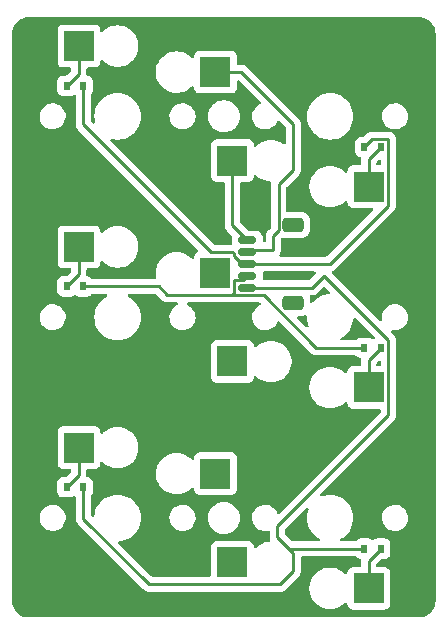
<source format=gbr>
%TF.GenerationSoftware,KiCad,Pcbnew,7.0.6-0*%
%TF.CreationDate,2023-08-01T13:24:21+08:00*%
%TF.ProjectId,thumb,7468756d-622e-46b6-9963-61645f706362,v1.0.0*%
%TF.SameCoordinates,Original*%
%TF.FileFunction,Copper,L2,Bot*%
%TF.FilePolarity,Positive*%
%FSLAX46Y46*%
G04 Gerber Fmt 4.6, Leading zero omitted, Abs format (unit mm)*
G04 Created by KiCad (PCBNEW 7.0.6-0) date 2023-08-01 13:24:21*
%MOMM*%
%LPD*%
G01*
G04 APERTURE LIST*
G04 Aperture macros list*
%AMRoundRect*
0 Rectangle with rounded corners*
0 $1 Rounding radius*
0 $2 $3 $4 $5 $6 $7 $8 $9 X,Y pos of 4 corners*
0 Add a 4 corners polygon primitive as box body*
4,1,4,$2,$3,$4,$5,$6,$7,$8,$9,$2,$3,0*
0 Add four circle primitives for the rounded corners*
1,1,$1+$1,$2,$3*
1,1,$1+$1,$4,$5*
1,1,$1+$1,$6,$7*
1,1,$1+$1,$8,$9*
0 Add four rect primitives between the rounded corners*
20,1,$1+$1,$2,$3,$4,$5,0*
20,1,$1+$1,$4,$5,$6,$7,0*
20,1,$1+$1,$6,$7,$8,$9,0*
20,1,$1+$1,$8,$9,$2,$3,0*%
G04 Aperture macros list end*
%TA.AperFunction,SMDPad,CuDef*%
%ADD10RoundRect,0.150000X-0.625000X0.150000X-0.625000X-0.150000X0.625000X-0.150000X0.625000X0.150000X0*%
%TD*%
%TA.AperFunction,SMDPad,CuDef*%
%ADD11RoundRect,0.250000X-0.650000X0.350000X-0.650000X-0.350000X0.650000X-0.350000X0.650000X0.350000X0*%
%TD*%
%TA.AperFunction,SMDPad,CuDef*%
%ADD12R,2.600000X2.600000*%
%TD*%
%TA.AperFunction,ComponentPad*%
%ADD13C,0.600000*%
%TD*%
%TA.AperFunction,SMDPad,CuDef*%
%ADD14R,0.600000X0.700000*%
%TD*%
%TA.AperFunction,Conductor*%
%ADD15C,0.250000*%
%TD*%
G04 APERTURE END LIST*
D10*
%TO.P,JC1,5*%
%TO.N,R2*%
X11000000Y19500000D03*
%TO.P,JC1,4*%
%TO.N,R1*%
X11000000Y20500000D03*
%TO.P,JC1,3*%
%TO.N,R0*%
X11000000Y21500000D03*
%TO.P,JC1,2*%
%TO.N,C6*%
X11000000Y22500000D03*
%TO.P,JC1,1*%
%TO.N,C5*%
X11000000Y23500000D03*
D11*
%TO.P,JC1,MP*%
%TO.N,N/C*%
X14875000Y24800000D03*
X14875000Y18200000D03*
%TD*%
D12*
%TO.P,S1,1*%
%TO.N,C5_R0D*%
X21275000Y28050000D03*
%TO.P,S1,2*%
%TO.N,C5*%
X9725000Y30250000D03*
D13*
%TO.P,S1,3*%
%TO.N,C5_R0D*%
X21275000Y28050000D03*
%TO.P,S1,4*%
%TO.N,C5*%
X9725000Y30250000D03*
%TD*%
D14*
%TO.P,D1,1*%
%TO.N,R0*%
X20900000Y31400000D03*
%TO.P,D1,2*%
%TO.N,C5_R0D*%
X22300000Y31400000D03*
%TD*%
D12*
%TO.P,S2,1*%
%TO.N,C5_R1D*%
X21275000Y11050000D03*
%TO.P,S2,2*%
%TO.N,C5*%
X9725000Y13250000D03*
D13*
%TO.P,S2,3*%
%TO.N,C5_R1D*%
X21275000Y11050000D03*
%TO.P,S2,4*%
%TO.N,C5*%
X9725000Y13250000D03*
%TD*%
D14*
%TO.P,D2,1*%
%TO.N,R1*%
X20900000Y14400000D03*
%TO.P,D2,2*%
%TO.N,C5_R1D*%
X22300000Y14400000D03*
%TD*%
D12*
%TO.P,S3,1*%
%TO.N,C5_R2D*%
X21275000Y-5950000D03*
%TO.P,S3,2*%
%TO.N,C5*%
X9725000Y-3750000D03*
D13*
%TO.P,S3,3*%
%TO.N,C5_R2D*%
X21275000Y-5950000D03*
%TO.P,S3,4*%
%TO.N,C5*%
X9725000Y-3750000D03*
%TD*%
D14*
%TO.P,D3,1*%
%TO.N,R2*%
X20900000Y-2600000D03*
%TO.P,D3,2*%
%TO.N,C5_R2D*%
X22300000Y-2600000D03*
%TD*%
D12*
%TO.P,S4,1*%
%TO.N,C6_R0D*%
X-3275000Y39950000D03*
%TO.P,S4,2*%
%TO.N,C6*%
X8275000Y37750000D03*
D13*
%TO.P,S4,3*%
%TO.N,C6_R0D*%
X-3275000Y39950000D03*
%TO.P,S4,4*%
%TO.N,C6*%
X8275000Y37750000D03*
%TD*%
D14*
%TO.P,D4,1*%
%TO.N,R0*%
X-2900000Y36600000D03*
%TO.P,D4,2*%
%TO.N,C6_R0D*%
X-4300000Y36600000D03*
%TD*%
D12*
%TO.P,S5,1*%
%TO.N,C6_R1D*%
X-3275000Y22950000D03*
%TO.P,S5,2*%
%TO.N,C6*%
X8275000Y20750000D03*
D13*
%TO.P,S5,3*%
%TO.N,C6_R1D*%
X-3275000Y22950000D03*
%TO.P,S5,4*%
%TO.N,C6*%
X8275000Y20750000D03*
%TD*%
D14*
%TO.P,D5,1*%
%TO.N,R1*%
X-2900000Y19600000D03*
%TO.P,D5,2*%
%TO.N,C6_R1D*%
X-4300000Y19600000D03*
%TD*%
D12*
%TO.P,S6,1*%
%TO.N,C6_R2D*%
X-3275000Y5950000D03*
%TO.P,S6,2*%
%TO.N,C6*%
X8275000Y3750000D03*
D13*
%TO.P,S6,3*%
%TO.N,C6_R2D*%
X-3275000Y5950000D03*
%TO.P,S6,4*%
%TO.N,C6*%
X8275000Y3750000D03*
%TD*%
D14*
%TO.P,D6,1*%
%TO.N,R2*%
X-2900000Y2600000D03*
%TO.P,D6,2*%
%TO.N,C6_R2D*%
X-4300000Y2600000D03*
%TD*%
D15*
%TO.N,C5*%
X9725000Y24775000D02*
X11000000Y23500000D01*
X9725000Y30250000D02*
X9725000Y24775000D01*
%TO.N,C6*%
X13650000Y24350000D02*
X13200000Y23900000D01*
X8275000Y37750000D02*
X10483684Y37750000D01*
X10483684Y37750000D02*
X14875000Y33358684D01*
X11200000Y22700000D02*
X11000000Y22500000D01*
X14875000Y29473350D02*
X13650000Y28248350D01*
X13200000Y22700000D02*
X11200000Y22700000D01*
X13650000Y28248350D02*
X13650000Y24350000D01*
X13200000Y23900000D02*
X13200000Y22700000D01*
X14875000Y33358684D02*
X14875000Y29473350D01*
%TO.N,R0*%
X7907017Y22507017D02*
X9767983Y22507017D01*
X-2900000Y33314035D02*
X7907017Y22507017D01*
X17975000Y21500000D02*
X22925000Y26450000D01*
X9767983Y22507017D02*
X9900000Y22375000D01*
X11000000Y21500000D02*
X17975000Y21500000D01*
X21575000Y32075000D02*
X20900000Y31400000D01*
X9900000Y22375000D02*
X9900000Y22153249D01*
X9900000Y22153249D02*
X10553249Y21500000D01*
X10553249Y21500000D02*
X11000000Y21500000D01*
X22925000Y32075000D02*
X21575000Y32075000D01*
X22925000Y26450000D02*
X22925000Y32075000D01*
X-2900000Y36600000D02*
X-2900000Y33314035D01*
%TO.N,R1*%
X4223350Y18875000D02*
X9650000Y18875000D01*
X9650000Y18875000D02*
X9900000Y19125000D01*
X12358684Y18875000D02*
X9650000Y18875000D01*
X3498350Y19600000D02*
X4223350Y18875000D01*
X11000000Y20500000D02*
X10653249Y20153249D01*
X10653249Y20153249D02*
X9900000Y20153249D01*
X9900000Y19125000D02*
X9900000Y20153249D01*
X20900000Y14400000D02*
X16833684Y14400000D01*
X16833684Y14400000D02*
X12358684Y18875000D01*
X-2900000Y19600000D02*
X3498350Y19600000D01*
%TO.N,R2*%
X2645001Y-5600000D02*
X10006648Y-5600000D01*
X22925000Y8691316D02*
X13529149Y-704535D01*
X14875000Y-2973350D02*
X13529149Y-1627499D01*
X13529149Y-704535D02*
X13529149Y-1627499D01*
X14501650Y-2600000D02*
X13529149Y-1627499D01*
X16500000Y19500000D02*
X11000000Y19500000D01*
X17500000Y20500000D02*
X22925000Y15075000D01*
X13776650Y-5625000D02*
X14875000Y-4526650D01*
X14875000Y-4526650D02*
X14875000Y-2973350D01*
X22925000Y15075000D02*
X22925000Y8691316D01*
X17500000Y20500000D02*
X16500000Y19500000D01*
X-2900000Y2600000D02*
X-2900000Y-54999D01*
X20900000Y-2600000D02*
X14501650Y-2600000D01*
X-2900000Y-54999D02*
X2645001Y-5600000D01*
X10006648Y-5600000D02*
X10031648Y-5625000D01*
X10031648Y-5625000D02*
X13776650Y-5625000D01*
%TO.N,C5_R0D*%
X21275000Y30375000D02*
X22300000Y31400000D01*
X21275000Y28050000D02*
X21275000Y30375000D01*
%TO.N,C5_R1D*%
X21275000Y11050000D02*
X21275000Y13375000D01*
X21275000Y13375000D02*
X22300000Y14400000D01*
%TO.N,C5_R2D*%
X21275000Y-3625000D02*
X22300000Y-2600000D01*
X21275000Y-5950000D02*
X21275000Y-3625000D01*
%TO.N,C6_R0D*%
X-3275000Y37625000D02*
X-4300000Y36600000D01*
X-3275000Y39950000D02*
X-3275000Y37625000D01*
%TO.N,C6_R1D*%
X-3275000Y20625000D02*
X-4300000Y19600000D01*
X-3275000Y22950000D02*
X-3275000Y20625000D01*
%TO.N,C6_R2D*%
X-3275000Y3625000D02*
X-4300000Y2600000D01*
X-3275000Y5950000D02*
X-3275000Y3625000D01*
%TD*%
%TA.AperFunction,NonConductor*%
G36*
X25502427Y42424309D02*
G01*
X25713113Y42407727D01*
X25732331Y42404683D01*
X25930705Y42357058D01*
X25949211Y42351045D01*
X26137694Y42272972D01*
X26155031Y42264139D01*
X26328981Y42157543D01*
X26344722Y42146106D01*
X26499859Y42013606D01*
X26513606Y41999859D01*
X26641029Y41850665D01*
X26646106Y41844722D01*
X26657543Y41828981D01*
X26764139Y41655031D01*
X26772972Y41637694D01*
X26851045Y41449211D01*
X26857058Y41430705D01*
X26904683Y41232331D01*
X26907727Y41213113D01*
X26924308Y41002425D01*
X26924499Y40997559D01*
X26924500Y-6975468D01*
X26924500Y-6997559D01*
X26924309Y-7002426D01*
X26907727Y-7213113D01*
X26904683Y-7232331D01*
X26857058Y-7430705D01*
X26851045Y-7449211D01*
X26772972Y-7637694D01*
X26764139Y-7655031D01*
X26657543Y-7828981D01*
X26646105Y-7844722D01*
X26513606Y-7999859D01*
X26499859Y-8013606D01*
X26350665Y-8141029D01*
X26344722Y-8146106D01*
X26328981Y-8157543D01*
X26155031Y-8264139D01*
X26137694Y-8272972D01*
X25949211Y-8351045D01*
X25930705Y-8357058D01*
X25732331Y-8404683D01*
X25713113Y-8407727D01*
X25502427Y-8424309D01*
X25497560Y-8424500D01*
X-7497560Y-8424500D01*
X-7502427Y-8424309D01*
X-7713113Y-8407727D01*
X-7732331Y-8404683D01*
X-7930705Y-8357058D01*
X-7949211Y-8351045D01*
X-8137694Y-8272972D01*
X-8155031Y-8264138D01*
X-8328977Y-8157543D01*
X-8344719Y-8146106D01*
X-8499852Y-8013610D01*
X-8513610Y-7999852D01*
X-8646106Y-7844719D01*
X-8657543Y-7828977D01*
X-8764138Y-7655031D01*
X-8772972Y-7637694D01*
X-8851045Y-7449211D01*
X-8857058Y-7430705D01*
X-8904683Y-7232331D01*
X-8907727Y-7213113D01*
X-8924309Y-7002426D01*
X-8924500Y-6997559D01*
X-8924500Y52645D01*
X-6605157Y52645D01*
X-6595148Y-157459D01*
X-6545558Y-361871D01*
X-6458179Y-553205D01*
X-6458175Y-553210D01*
X-6369436Y-677828D01*
X-6336169Y-724544D01*
X-6183937Y-869697D01*
X-6006986Y-983416D01*
X-5811712Y-1061593D01*
X-5646479Y-1093438D01*
X-5605172Y-1101400D01*
X-5605171Y-1101400D01*
X-5447539Y-1101400D01*
X-5447532Y-1101400D01*
X-5290611Y-1086416D01*
X-5088789Y-1027156D01*
X-4901830Y-930771D01*
X-4736490Y-800747D01*
X-4598745Y-641781D01*
X-4598743Y-641777D01*
X-4598740Y-641774D01*
X-4493574Y-459620D01*
X-4424779Y-260851D01*
X-4424778Y-260844D01*
X-4424327Y-257710D01*
X-4394843Y-52645D01*
X-4404852Y157459D01*
X-4454442Y361871D01*
X-4509229Y481839D01*
X-4541820Y553204D01*
X-4541824Y553210D01*
X-4663826Y724539D01*
X-4663832Y724545D01*
X-4816060Y869694D01*
X-4816063Y869697D01*
X-4993014Y983416D01*
X-5188288Y1061593D01*
X-5343193Y1091448D01*
X-5394828Y1101400D01*
X-5394829Y1101400D01*
X-5552468Y1101400D01*
X-5709389Y1086416D01*
X-5911211Y1027156D01*
X-6098170Y930771D01*
X-6263510Y800747D01*
X-6401255Y641781D01*
X-6506426Y459619D01*
X-6575222Y260846D01*
X-6605157Y52645D01*
X-8924500Y52645D01*
X-8924500Y2201362D01*
X-5108500Y2201362D01*
X-5108499Y2201345D01*
X-5105157Y2170270D01*
X-5101989Y2140799D01*
X-5101988Y2140797D01*
X-5101988Y2140795D01*
X-5079522Y2080564D01*
X-5050889Y2003796D01*
X-4963261Y1886739D01*
X-4855022Y1805712D01*
X-4846204Y1799111D01*
X-4709203Y1748011D01*
X-4648654Y1741500D01*
X-4648638Y1741500D01*
X-3951345Y1741500D01*
X-3890797Y1748011D01*
X-3890795Y1748011D01*
X-3753793Y1799111D01*
X-3753793Y1799112D01*
X-3731808Y1815570D01*
X-3666344Y1839986D01*
X-3598071Y1825134D01*
X-3548666Y1775728D01*
X-3533499Y1716305D01*
X-3533499Y930771D01*
X-3533499Y28638D01*
X-3535239Y12887D01*
X-3534967Y12862D01*
X-3535700Y5099D01*
X-3535702Y5092D01*
X-3533500Y-64956D01*
X-3533500Y-94855D01*
X-3532614Y-101861D01*
X-3532156Y-107685D01*
X-3530673Y-154889D01*
X-3524981Y-174477D01*
X-3521032Y-193537D01*
X-3518474Y-213796D01*
X-3501082Y-257720D01*
X-3499199Y-263220D01*
X-3486018Y-308592D01*
X-3475625Y-326164D01*
X-3467068Y-343631D01*
X-3459552Y-362616D01*
X-3431791Y-400824D01*
X-3428585Y-405703D01*
X-3404542Y-446361D01*
X-3390100Y-460801D01*
X-3377470Y-475591D01*
X-3365472Y-492106D01*
X-3329067Y-522221D01*
X-3324776Y-526125D01*
X1457770Y-5308673D01*
X2137911Y-5988814D01*
X2147817Y-6001178D01*
X2148027Y-6001005D01*
X2153002Y-6007019D01*
X2204096Y-6055000D01*
X2225225Y-6076129D01*
X2225229Y-6076132D01*
X2225232Y-6076135D01*
X2230806Y-6080458D01*
X2235248Y-6084252D01*
X2269680Y-6116586D01*
X2269684Y-6116589D01*
X2287564Y-6126418D01*
X2303828Y-6137101D01*
X2319961Y-6149614D01*
X2363302Y-6168369D01*
X2368551Y-6170941D01*
X2388628Y-6181978D01*
X2409941Y-6193695D01*
X2429719Y-6198773D01*
X2448120Y-6205073D01*
X2466856Y-6213181D01*
X2511363Y-6220229D01*
X2513504Y-6220569D01*
X2519213Y-6221751D01*
X2564971Y-6233500D01*
X2585385Y-6233500D01*
X2604784Y-6235027D01*
X2624944Y-6238220D01*
X2671966Y-6233775D01*
X2677805Y-6233500D01*
X9819743Y-6233500D01*
X9845758Y-6237202D01*
X9845797Y-6236960D01*
X9853501Y-6238180D01*
X9853503Y-6238181D01*
X9879692Y-6242328D01*
X9900145Y-6245568D01*
X9905861Y-6246751D01*
X9951618Y-6258500D01*
X9972038Y-6258500D01*
X9991437Y-6260027D01*
X10011589Y-6263218D01*
X10011590Y-6263219D01*
X10011590Y-6263218D01*
X10011591Y-6263219D01*
X10058606Y-6258775D01*
X10064444Y-6258500D01*
X13693016Y-6258500D01*
X13708763Y-6260238D01*
X13708789Y-6259968D01*
X13716555Y-6260701D01*
X13716559Y-6260702D01*
X13786608Y-6258500D01*
X13816506Y-6258500D01*
X13816507Y-6258500D01*
X13817872Y-6258327D01*
X13823512Y-6257614D01*
X13829335Y-6257156D01*
X13855358Y-6256338D01*
X13876540Y-6255673D01*
X13886331Y-6252827D01*
X13896131Y-6249980D01*
X13915188Y-6246032D01*
X13935447Y-6243474D01*
X13979371Y-6226082D01*
X13984871Y-6224199D01*
X14030243Y-6211018D01*
X14047815Y-6200625D01*
X14065282Y-6192068D01*
X14084267Y-6184552D01*
X14122476Y-6156790D01*
X14127354Y-6153585D01*
X14168012Y-6129542D01*
X14182452Y-6115100D01*
X14197242Y-6102470D01*
X14213757Y-6090472D01*
X14243872Y-6054067D01*
X14247776Y-6049776D01*
X15263815Y-5033737D01*
X15276180Y-5023833D01*
X15276006Y-5023623D01*
X15282012Y-5018653D01*
X15282018Y-5018650D01*
X15329999Y-4967554D01*
X15351134Y-4946420D01*
X15355463Y-4940837D01*
X15359242Y-4936413D01*
X15391586Y-4901971D01*
X15401423Y-4884074D01*
X15412097Y-4867824D01*
X15424613Y-4851691D01*
X15443372Y-4808339D01*
X15445933Y-4803112D01*
X15468695Y-4761710D01*
X15473774Y-4741924D01*
X15480072Y-4723532D01*
X15488181Y-4704795D01*
X15495568Y-4658151D01*
X15496750Y-4652440D01*
X15508500Y-4606680D01*
X15508499Y-4586262D01*
X15510027Y-4566859D01*
X15513218Y-4546712D01*
X15513219Y-4546707D01*
X15508772Y-4499668D01*
X15508500Y-4493875D01*
X15508500Y-3357500D01*
X15528185Y-3290460D01*
X15580989Y-3244706D01*
X15632500Y-3233500D01*
X20114961Y-3233500D01*
X20182000Y-3253185D01*
X20214229Y-3283191D01*
X20236739Y-3313261D01*
X20353796Y-3400889D01*
X20423185Y-3426770D01*
X20490792Y-3451987D01*
X20490794Y-3451987D01*
X20490799Y-3451989D01*
X20528546Y-3456047D01*
X20593095Y-3482784D01*
X20632943Y-3540177D01*
X20637764Y-3598726D01*
X20636780Y-3604941D01*
X20636780Y-3604942D01*
X20641225Y-3651966D01*
X20641500Y-3657804D01*
X20641500Y-4017500D01*
X20621815Y-4084539D01*
X20569011Y-4130294D01*
X20517500Y-4141500D01*
X19926345Y-4141500D01*
X19865797Y-4148011D01*
X19865795Y-4148011D01*
X19728795Y-4199111D01*
X19611739Y-4286739D01*
X19524111Y-4403795D01*
X19473011Y-4540795D01*
X19473011Y-4540797D01*
X19466500Y-4601345D01*
X19466500Y-4640953D01*
X19446815Y-4707992D01*
X19394011Y-4753747D01*
X19324853Y-4763691D01*
X19261297Y-4734666D01*
X19251602Y-4725294D01*
X19193990Y-4663203D01*
X19193987Y-4663200D01*
X19123113Y-4606680D01*
X18988857Y-4499614D01*
X18761643Y-4368432D01*
X18517416Y-4272580D01*
X18517411Y-4272578D01*
X18517402Y-4272576D01*
X18299818Y-4222914D01*
X18261630Y-4214198D01*
X18261629Y-4214197D01*
X18261625Y-4214197D01*
X18261620Y-4214196D01*
X18065500Y-4199500D01*
X18065494Y-4199500D01*
X17934506Y-4199500D01*
X17934500Y-4199500D01*
X17738379Y-4214196D01*
X17738374Y-4214197D01*
X17482597Y-4272576D01*
X17482578Y-4272582D01*
X17238356Y-4368432D01*
X17011143Y-4499614D01*
X16806014Y-4663198D01*
X16627567Y-4855520D01*
X16479768Y-5072302D01*
X16479767Y-5072303D01*
X16365938Y-5308673D01*
X16288606Y-5559376D01*
X16288605Y-5559381D01*
X16288604Y-5559385D01*
X16273853Y-5657247D01*
X16249500Y-5818812D01*
X16249500Y-6081187D01*
X16263029Y-6170941D01*
X16288604Y-6340615D01*
X16288605Y-6340617D01*
X16288606Y-6340623D01*
X16365938Y-6591326D01*
X16479767Y-6827696D01*
X16479768Y-6827697D01*
X16479770Y-6827700D01*
X16479772Y-6827704D01*
X16597242Y-7000000D01*
X16627567Y-7044479D01*
X16806014Y-7236801D01*
X16806018Y-7236804D01*
X16806019Y-7236805D01*
X17011143Y-7400386D01*
X17238357Y-7531568D01*
X17482584Y-7627420D01*
X17738370Y-7685802D01*
X17738376Y-7685802D01*
X17738379Y-7685803D01*
X17934500Y-7700500D01*
X17934506Y-7700500D01*
X18065500Y-7700500D01*
X18261620Y-7685803D01*
X18261622Y-7685802D01*
X18261630Y-7685802D01*
X18517416Y-7627420D01*
X18761643Y-7531568D01*
X18988857Y-7400386D01*
X19193981Y-7236805D01*
X19198133Y-7232331D01*
X19251601Y-7174705D01*
X19311629Y-7138950D01*
X19381458Y-7141325D01*
X19438919Y-7181075D01*
X19465767Y-7245580D01*
X19466500Y-7259046D01*
X19466500Y-7298654D01*
X19473011Y-7359202D01*
X19473011Y-7359204D01*
X19506583Y-7449211D01*
X19524111Y-7496204D01*
X19611739Y-7613261D01*
X19728796Y-7700889D01*
X19865799Y-7751989D01*
X19893050Y-7754918D01*
X19926345Y-7758499D01*
X19926362Y-7758500D01*
X22623638Y-7758500D01*
X22623654Y-7758499D01*
X22650692Y-7755591D01*
X22684201Y-7751989D01*
X22821204Y-7700889D01*
X22938261Y-7613261D01*
X23025889Y-7496204D01*
X23076989Y-7359201D01*
X23080591Y-7325692D01*
X23083499Y-7298654D01*
X23083500Y-7298637D01*
X23083500Y-4601362D01*
X23083499Y-4601345D01*
X23079791Y-4566859D01*
X23076989Y-4540799D01*
X23025889Y-4403796D01*
X22938261Y-4286739D01*
X22821204Y-4199111D01*
X22684203Y-4148011D01*
X22623654Y-4141500D01*
X22623638Y-4141500D01*
X22032500Y-4141500D01*
X21965461Y-4121815D01*
X21919706Y-4069011D01*
X21908500Y-4017500D01*
X21908500Y-3938766D01*
X21928185Y-3871727D01*
X21944819Y-3851085D01*
X22301086Y-3494819D01*
X22362409Y-3461334D01*
X22388767Y-3458500D01*
X22648638Y-3458500D01*
X22648654Y-3458499D01*
X22675692Y-3455591D01*
X22709201Y-3451989D01*
X22709207Y-3451987D01*
X22723768Y-3446555D01*
X22846204Y-3400889D01*
X22963261Y-3313261D01*
X23050889Y-3196204D01*
X23101989Y-3059201D01*
X23105591Y-3025692D01*
X23108499Y-2998654D01*
X23108500Y-2998637D01*
X23108500Y-2201362D01*
X23108499Y-2201345D01*
X23104909Y-2167959D01*
X23101989Y-2140799D01*
X23081825Y-2086739D01*
X23076543Y-2072576D01*
X23050889Y-2003796D01*
X22963261Y-1886739D01*
X22846204Y-1799111D01*
X22709203Y-1748011D01*
X22648654Y-1741500D01*
X22648638Y-1741500D01*
X21951362Y-1741500D01*
X21951345Y-1741500D01*
X21890797Y-1748011D01*
X21890795Y-1748011D01*
X21753795Y-1799111D01*
X21674311Y-1858613D01*
X21608846Y-1883030D01*
X21540573Y-1868178D01*
X21525689Y-1858613D01*
X21515981Y-1851346D01*
X21446204Y-1799111D01*
X21309203Y-1748011D01*
X21248654Y-1741500D01*
X21248638Y-1741500D01*
X20551362Y-1741500D01*
X20551345Y-1741500D01*
X20490797Y-1748011D01*
X20490795Y-1748011D01*
X20353795Y-1799111D01*
X20304864Y-1835741D01*
X20244283Y-1881092D01*
X20236738Y-1886740D01*
X20236735Y-1886743D01*
X20214229Y-1916809D01*
X20158296Y-1958681D01*
X20114961Y-1966500D01*
X18984616Y-1966500D01*
X18917577Y-1946815D01*
X18871822Y-1894011D01*
X18861878Y-1824853D01*
X18890903Y-1761297D01*
X18925189Y-1733668D01*
X19028495Y-1677258D01*
X19065073Y-1657285D01*
X19290088Y-1488841D01*
X19488841Y-1290088D01*
X19657285Y-1065073D01*
X19791992Y-818375D01*
X19890219Y-555018D01*
X19949967Y-280363D01*
X19970019Y0D01*
X19966254Y52645D01*
X22394843Y52645D01*
X22404852Y-157459D01*
X22454442Y-361871D01*
X22506378Y-475596D01*
X22541820Y-553204D01*
X22541824Y-553210D01*
X22663826Y-724539D01*
X22663831Y-724544D01*
X22816063Y-869697D01*
X22993014Y-983416D01*
X23188288Y-1061593D01*
X23317084Y-1086416D01*
X23394828Y-1101400D01*
X23394829Y-1101400D01*
X23552461Y-1101400D01*
X23552468Y-1101400D01*
X23709389Y-1086416D01*
X23911211Y-1027156D01*
X24098170Y-930771D01*
X24263510Y-800747D01*
X24401255Y-641781D01*
X24506426Y-459619D01*
X24575222Y-260846D01*
X24605157Y-52645D01*
X24595148Y157459D01*
X24545558Y361871D01*
X24458179Y553205D01*
X24395101Y641785D01*
X24336173Y724539D01*
X24336171Y724540D01*
X24336169Y724544D01*
X24183937Y869697D01*
X24006986Y983416D01*
X23811712Y1061593D01*
X23646479Y1093438D01*
X23605172Y1101400D01*
X23605171Y1101400D01*
X23447532Y1101400D01*
X23290611Y1086416D01*
X23088789Y1027156D01*
X22901830Y930771D01*
X22736490Y800747D01*
X22598745Y641781D01*
X22598743Y641777D01*
X22598740Y641774D01*
X22493574Y459620D01*
X22424779Y260851D01*
X22424778Y260847D01*
X22424778Y260846D01*
X22394843Y52645D01*
X19966254Y52645D01*
X19949967Y280363D01*
X19890219Y555018D01*
X19791992Y818375D01*
X19657285Y1065073D01*
X19488841Y1290088D01*
X19290088Y1488841D01*
X19065073Y1657285D01*
X18818375Y1791992D01*
X18555018Y1890219D01*
X18280363Y1949967D01*
X18070175Y1965000D01*
X17929825Y1965000D01*
X17719637Y1949967D01*
X17444982Y1890219D01*
X17300968Y1836504D01*
X17231279Y1831521D01*
X17169956Y1865006D01*
X17136471Y1926329D01*
X17141455Y1996021D01*
X17169956Y2040368D01*
X18748401Y3618812D01*
X23313817Y8184228D01*
X23326178Y8194132D01*
X23326005Y8194342D01*
X23332019Y8199317D01*
X23379984Y8250394D01*
X23401130Y8271540D01*
X23405466Y8277129D01*
X23409252Y8281561D01*
X23441586Y8315995D01*
X23451417Y8333878D01*
X23462102Y8350145D01*
X23474615Y8366276D01*
X23484081Y8388154D01*
X23493371Y8409623D01*
X23495931Y8414849D01*
X23518695Y8456256D01*
X23523772Y8476032D01*
X23530075Y8494440D01*
X23538179Y8513166D01*
X23538180Y8513168D01*
X23538180Y8513169D01*
X23538181Y8513171D01*
X23545569Y8559819D01*
X23546751Y8565528D01*
X23558500Y8611286D01*
X23558500Y8631700D01*
X23560027Y8651099D01*
X23560119Y8651682D01*
X23563220Y8671259D01*
X23558775Y8718282D01*
X23558500Y8724120D01*
X23558500Y14991366D01*
X23560238Y15007114D01*
X23559968Y15007140D01*
X23560702Y15014906D01*
X23560070Y15035000D01*
X23558500Y15084971D01*
X23558500Y15114856D01*
X23557614Y15121858D01*
X23557157Y15127677D01*
X23555674Y15174887D01*
X23555674Y15174889D01*
X23549974Y15194505D01*
X23546033Y15213533D01*
X23543474Y15233797D01*
X23526086Y15277713D01*
X23524199Y15283227D01*
X23511020Y15328588D01*
X23511019Y15328593D01*
X23500619Y15346176D01*
X23492065Y15363639D01*
X23484552Y15382617D01*
X23456775Y15420847D01*
X23453596Y15425687D01*
X23429542Y15466362D01*
X23415099Y15480803D01*
X23402474Y15495586D01*
X23390472Y15512107D01*
X23354067Y15542222D01*
X23349776Y15546126D01*
X23188372Y15707530D01*
X23154889Y15768851D01*
X23159873Y15838543D01*
X23201745Y15894476D01*
X23267209Y15918893D01*
X23299521Y15916968D01*
X23394827Y15898600D01*
X23394829Y15898600D01*
X23552461Y15898600D01*
X23552468Y15898600D01*
X23709389Y15913584D01*
X23911211Y15972844D01*
X24098170Y16069229D01*
X24226254Y16169955D01*
X24263509Y16199252D01*
X24263510Y16199253D01*
X24291259Y16231277D01*
X24401255Y16358219D01*
X24401257Y16358222D01*
X24401259Y16358225D01*
X24506425Y16540379D01*
X24536148Y16626256D01*
X24575222Y16739154D01*
X24605157Y16947355D01*
X24595148Y17157459D01*
X24545558Y17361871D01*
X24458179Y17553205D01*
X24336169Y17724544D01*
X24183937Y17869697D01*
X24006986Y17983416D01*
X23811712Y18061593D01*
X23646479Y18093438D01*
X23605172Y18101400D01*
X23605171Y18101400D01*
X23447532Y18101400D01*
X23290611Y18086416D01*
X23088789Y18027156D01*
X22901830Y17930771D01*
X22736490Y17800747D01*
X22598745Y17641781D01*
X22598743Y17641777D01*
X22598740Y17641774D01*
X22493574Y17459620D01*
X22424779Y17260851D01*
X22424778Y17260847D01*
X22424778Y17260846D01*
X22394843Y17052645D01*
X22404852Y16842541D01*
X22404853Y16842538D01*
X22413305Y16807699D01*
X22409980Y16737908D01*
X22369452Y16680994D01*
X22304587Y16655026D01*
X22235980Y16668250D01*
X22205119Y16690784D01*
X20716402Y18179501D01*
X18185442Y20710461D01*
X18151959Y20771782D01*
X18156943Y20841474D01*
X18198815Y20897407D01*
X18223878Y20911941D01*
X18228590Y20913980D01*
X18246162Y20924372D01*
X18263635Y20932932D01*
X18282617Y20940447D01*
X18320827Y20968209D01*
X18325712Y20971418D01*
X18366359Y20995456D01*
X18366362Y20995458D01*
X18380793Y21009889D01*
X18395589Y21022527D01*
X18412107Y21034528D01*
X18412109Y21034530D01*
X18419900Y21043948D01*
X18442222Y21070931D01*
X18446135Y21075231D01*
X23313814Y25942910D01*
X23326178Y25952816D01*
X23326005Y25953026D01*
X23332019Y25958001D01*
X23380000Y26009095D01*
X23401128Y26030223D01*
X23401131Y26030227D01*
X23401134Y26030230D01*
X23405457Y26035804D01*
X23409251Y26040246D01*
X23441586Y26074679D01*
X23441589Y26074684D01*
X23451420Y26092566D01*
X23462103Y26108829D01*
X23474612Y26124956D01*
X23474614Y26124960D01*
X23493371Y26168307D01*
X23495931Y26173533D01*
X23518695Y26214940D01*
X23523772Y26234716D01*
X23530075Y26253124D01*
X23538179Y26271850D01*
X23538180Y26271852D01*
X23538180Y26271853D01*
X23538181Y26271855D01*
X23545569Y26318503D01*
X23546751Y26324212D01*
X23558500Y26369970D01*
X23558500Y26390384D01*
X23560027Y26409783D01*
X23560119Y26410366D01*
X23563220Y26429943D01*
X23558775Y26476966D01*
X23558500Y26482804D01*
X23558500Y32003393D01*
X23560696Y32026628D01*
X23562275Y32034906D01*
X23558621Y32092981D01*
X23558500Y32096852D01*
X23558500Y32114857D01*
X23558499Y32114857D01*
X23556239Y32132745D01*
X23555879Y32136556D01*
X23552225Y32194650D01*
X23549621Y32202662D01*
X23544528Y32225448D01*
X23543474Y32233797D01*
X23522058Y32287885D01*
X23520741Y32291545D01*
X23502764Y32346875D01*
X23498251Y32353985D01*
X23487651Y32374788D01*
X23484552Y32382617D01*
X23450353Y32429686D01*
X23448180Y32432885D01*
X23417000Y32482018D01*
X23410853Y32487789D01*
X23395421Y32505294D01*
X23390472Y32512107D01*
X23345625Y32549205D01*
X23342766Y32551726D01*
X23300321Y32591586D01*
X23292940Y32595642D01*
X23273638Y32608759D01*
X23267144Y32614133D01*
X23214484Y32638912D01*
X23211060Y32640656D01*
X23160060Y32668695D01*
X23151897Y32670790D01*
X23129931Y32678700D01*
X23122318Y32682283D01*
X23065148Y32693188D01*
X23061417Y32694021D01*
X23005030Y32708500D01*
X23005027Y32708500D01*
X22996605Y32708500D01*
X22973374Y32710696D01*
X22969617Y32711412D01*
X22965094Y32712275D01*
X22907019Y32708621D01*
X22903147Y32708500D01*
X21658634Y32708500D01*
X21642886Y32710238D01*
X21642861Y32709968D01*
X21635096Y32710700D01*
X21635091Y32710702D01*
X21565042Y32708500D01*
X21535144Y32708500D01*
X21528136Y32707614D01*
X21522315Y32707156D01*
X21475110Y32705673D01*
X21455508Y32699977D01*
X21436457Y32696032D01*
X21416203Y32693474D01*
X21415466Y32693182D01*
X21372286Y32676086D01*
X21366757Y32674193D01*
X21356233Y32671135D01*
X21321407Y32661018D01*
X21303829Y32650622D01*
X21286365Y32642067D01*
X21267383Y32634552D01*
X21229181Y32606796D01*
X21224296Y32603587D01*
X21210852Y32595636D01*
X21183638Y32579542D01*
X21183636Y32579540D01*
X21169204Y32565108D01*
X21154409Y32552471D01*
X21141951Y32543420D01*
X21137890Y32540470D01*
X21107781Y32504073D01*
X21103847Y32499751D01*
X20898915Y32294819D01*
X20837592Y32261334D01*
X20811234Y32258500D01*
X20551362Y32258500D01*
X20551345Y32258499D01*
X20520270Y32255157D01*
X20490799Y32251989D01*
X20490796Y32251988D01*
X20490795Y32251988D01*
X20442025Y32233797D01*
X20353796Y32200889D01*
X20236739Y32113261D01*
X20159622Y32010245D01*
X20149111Y31996204D01*
X20098011Y31859204D01*
X20098011Y31859202D01*
X20091500Y31798654D01*
X20091500Y31001345D01*
X20098011Y30940797D01*
X20098011Y30940795D01*
X20149111Y30803795D01*
X20236739Y30686739D01*
X20353795Y30599111D01*
X20490796Y30548011D01*
X20528546Y30543952D01*
X20593097Y30517213D01*
X20632944Y30459820D01*
X20637763Y30401270D01*
X20636780Y30395062D01*
X20636780Y30395058D01*
X20641225Y30348033D01*
X20641500Y30342195D01*
X20641500Y29982500D01*
X20621815Y29915461D01*
X20569011Y29869706D01*
X20517500Y29858500D01*
X19926362Y29858500D01*
X19926345Y29858499D01*
X19895270Y29855157D01*
X19865799Y29851989D01*
X19865796Y29851988D01*
X19865795Y29851988D01*
X19805564Y29829522D01*
X19728796Y29800889D01*
X19611739Y29713261D01*
X19524111Y29596204D01*
X19473011Y29459204D01*
X19473011Y29459202D01*
X19466500Y29398654D01*
X19466500Y29359046D01*
X19446815Y29292007D01*
X19394011Y29246252D01*
X19324853Y29236308D01*
X19261297Y29265333D01*
X19251601Y29274705D01*
X19249962Y29276471D01*
X19193981Y29336805D01*
X18988857Y29500386D01*
X18761643Y29631568D01*
X18517416Y29727420D01*
X18261630Y29785802D01*
X18261622Y29785802D01*
X18261620Y29785803D01*
X18065500Y29800500D01*
X18065494Y29800500D01*
X17934506Y29800500D01*
X17934500Y29800500D01*
X17738379Y29785803D01*
X17738376Y29785802D01*
X17738370Y29785802D01*
X17482584Y29727420D01*
X17238357Y29631568D01*
X17011143Y29500386D01*
X16819527Y29347577D01*
X16806014Y29336801D01*
X16676206Y29196900D01*
X16627567Y29144479D01*
X16479772Y28927704D01*
X16479770Y28927700D01*
X16479768Y28927697D01*
X16479767Y28927696D01*
X16365938Y28691326D01*
X16299725Y28476667D01*
X16288604Y28440615D01*
X16275079Y28350883D01*
X16249500Y28181187D01*
X16249500Y27918812D01*
X16273853Y27757247D01*
X16288604Y27659385D01*
X16288605Y27659382D01*
X16288606Y27659376D01*
X16365938Y27408673D01*
X16479767Y27172303D01*
X16479768Y27172302D01*
X16627567Y26955520D01*
X16806014Y26763198D01*
X17011143Y26599614D01*
X17238356Y26468432D01*
X17482578Y26372582D01*
X17482597Y26372576D01*
X17738374Y26314197D01*
X17738379Y26314196D01*
X17934500Y26299500D01*
X17934506Y26299500D01*
X18065500Y26299500D01*
X18261620Y26314196D01*
X18261625Y26314197D01*
X18261629Y26314197D01*
X18261630Y26314198D01*
X18305570Y26324227D01*
X18517402Y26372576D01*
X18517411Y26372578D01*
X18517416Y26372580D01*
X18761643Y26468432D01*
X18988857Y26599614D01*
X19193981Y26763195D01*
X19193984Y26763198D01*
X19193987Y26763200D01*
X19193990Y26763203D01*
X19251602Y26825294D01*
X19311630Y26861049D01*
X19381459Y26858674D01*
X19438919Y26818923D01*
X19465767Y26754418D01*
X19466500Y26740953D01*
X19466500Y26701345D01*
X19473011Y26640797D01*
X19473011Y26640795D01*
X19524111Y26503795D01*
X19611739Y26386739D01*
X19728795Y26299111D01*
X19865796Y26248011D01*
X19926345Y26241500D01*
X19926362Y26241500D01*
X21521234Y26241500D01*
X21588273Y26221815D01*
X21634028Y26169011D01*
X21643972Y26099853D01*
X21614947Y26036297D01*
X21608915Y26029819D01*
X19675976Y24096881D01*
X17748914Y22169819D01*
X17687591Y22136334D01*
X17661233Y22133500D01*
X13821051Y22133500D01*
X13754012Y22153185D01*
X13708257Y22205989D01*
X13698313Y22275147D01*
X13715121Y22316580D01*
X13712828Y22317841D01*
X13720644Y22332059D01*
X13733761Y22351362D01*
X13739133Y22357856D01*
X13763901Y22410490D01*
X13765669Y22413961D01*
X13773068Y22427420D01*
X13793695Y22464940D01*
X13795790Y22473102D01*
X13803697Y22495062D01*
X13806439Y22500889D01*
X13807283Y22502682D01*
X13818185Y22559837D01*
X13819030Y22563615D01*
X13833500Y22619970D01*
X13833500Y22628393D01*
X13835696Y22651628D01*
X13837275Y22659908D01*
X13836682Y22669313D01*
X13833620Y22717980D01*
X13833499Y22721855D01*
X13833499Y23176836D01*
X13833499Y23586235D01*
X13853184Y23653271D01*
X13869818Y23673913D01*
X13886882Y23690977D01*
X13948205Y23724462D01*
X14013565Y23721002D01*
X14070570Y23702113D01*
X14070568Y23702113D01*
X14174454Y23691500D01*
X14174455Y23691500D01*
X15575537Y23691500D01*
X15575553Y23691501D01*
X15679427Y23702113D01*
X15847735Y23757884D01*
X15847738Y23757885D01*
X15998652Y23850970D01*
X16124030Y23976348D01*
X16217115Y24127262D01*
X16272887Y24295574D01*
X16283500Y24399455D01*
X16283499Y25200544D01*
X16272887Y25304426D01*
X16217115Y25472738D01*
X16124030Y25623652D01*
X15998652Y25749030D01*
X15847738Y25842115D01*
X15679426Y25897887D01*
X15575545Y25908500D01*
X14407499Y25908499D01*
X14340461Y25928184D01*
X14294706Y25980987D01*
X14283500Y26032499D01*
X14283500Y27934584D01*
X14303185Y28001623D01*
X14319819Y28022265D01*
X15263814Y28966260D01*
X15276178Y28976166D01*
X15276005Y28976376D01*
X15282019Y28981351D01*
X15330000Y29032445D01*
X15351129Y29053574D01*
X15351132Y29053578D01*
X15351135Y29053581D01*
X15355458Y29059155D01*
X15359252Y29063597D01*
X15391586Y29098029D01*
X15391589Y29098033D01*
X15401418Y29115913D01*
X15412101Y29132177D01*
X15424616Y29148312D01*
X15443369Y29191651D01*
X15445941Y29196900D01*
X15468694Y29238289D01*
X15468695Y29238290D01*
X15473773Y29258068D01*
X15480074Y29276471D01*
X15487439Y29293491D01*
X15488181Y29295205D01*
X15495569Y29341853D01*
X15496751Y29347562D01*
X15508500Y29393320D01*
X15508500Y29413734D01*
X15510027Y29433133D01*
X15510119Y29433716D01*
X15513220Y29453293D01*
X15508775Y29500316D01*
X15508500Y29506154D01*
X15508500Y33275050D01*
X15510238Y33290798D01*
X15509968Y33290824D01*
X15510702Y33298590D01*
X15508500Y33368655D01*
X15508500Y33398540D01*
X15507614Y33405542D01*
X15507157Y33411361D01*
X15505674Y33458571D01*
X15505674Y33458573D01*
X15499974Y33478189D01*
X15496033Y33497217D01*
X15493474Y33517481D01*
X15476086Y33561397D01*
X15474199Y33566911D01*
X15470115Y33580967D01*
X15461019Y33612277D01*
X15450619Y33629860D01*
X15442065Y33647323D01*
X15434552Y33666301D01*
X15406775Y33704531D01*
X15403596Y33709371D01*
X15379542Y33750046D01*
X15365099Y33764487D01*
X15352474Y33779270D01*
X15340472Y33795791D01*
X15304067Y33825906D01*
X15299776Y33829810D01*
X15129588Y33999998D01*
X16029981Y33999998D01*
X16050033Y33719635D01*
X16050034Y33719628D01*
X16109779Y33444988D01*
X16208008Y33181623D01*
X16208010Y33181619D01*
X16342711Y32934932D01*
X16342716Y32934924D01*
X16511152Y32709919D01*
X16511168Y32709901D01*
X16709901Y32511168D01*
X16709919Y32511152D01*
X16934924Y32342716D01*
X16934932Y32342711D01*
X17181619Y32208010D01*
X17181623Y32208008D01*
X17373091Y32136595D01*
X17444982Y32109781D01*
X17444983Y32109780D01*
X17444988Y32109779D01*
X17719628Y32050034D01*
X17719635Y32050033D01*
X17929825Y32035000D01*
X18070175Y32035000D01*
X18280364Y32050033D01*
X18280371Y32050034D01*
X18555011Y32109779D01*
X18555014Y32109780D01*
X18555018Y32109781D01*
X18799286Y32200888D01*
X18818376Y32208008D01*
X18818380Y32208010D01*
X19065067Y32342711D01*
X19065075Y32342716D01*
X19290080Y32511152D01*
X19290098Y32511168D01*
X19488831Y32709901D01*
X19488847Y32709919D01*
X19657283Y32934924D01*
X19657288Y32934932D01*
X19791989Y33181619D01*
X19791991Y33181623D01*
X19793315Y33185173D01*
X19890219Y33444982D01*
X19949967Y33719637D01*
X19970019Y34000000D01*
X19966254Y34052645D01*
X22394843Y34052645D01*
X22404852Y33842541D01*
X22454442Y33638129D01*
X22471196Y33601443D01*
X22541820Y33446795D01*
X22541824Y33446789D01*
X22663826Y33275460D01*
X22663832Y33275454D01*
X22816060Y33130305D01*
X22816061Y33130304D01*
X22816063Y33130303D01*
X22854194Y33105798D01*
X22993015Y33016583D01*
X23188278Y32938410D01*
X23188291Y32938406D01*
X23394828Y32898600D01*
X23394829Y32898600D01*
X23552461Y32898600D01*
X23552468Y32898600D01*
X23709389Y32913584D01*
X23887368Y32965843D01*
X23911208Y32972843D01*
X23911211Y32972844D01*
X24098170Y33069229D01*
X24233289Y33175487D01*
X24263509Y33199252D01*
X24263510Y33199253D01*
X24276415Y33214146D01*
X24401255Y33358219D01*
X24401257Y33358222D01*
X24401259Y33358225D01*
X24506425Y33540379D01*
X24536148Y33626256D01*
X24575222Y33739154D01*
X24605157Y33947355D01*
X24595148Y34157459D01*
X24545558Y34361871D01*
X24458179Y34553205D01*
X24395101Y34641785D01*
X24336173Y34724539D01*
X24336171Y34724540D01*
X24336169Y34724544D01*
X24183937Y34869697D01*
X24006986Y34983416D01*
X23811712Y35061593D01*
X23646479Y35093438D01*
X23605172Y35101400D01*
X23605171Y35101400D01*
X23447532Y35101400D01*
X23290611Y35086416D01*
X23088789Y35027156D01*
X22901830Y34930771D01*
X22736490Y34800747D01*
X22598745Y34641781D01*
X22598743Y34641777D01*
X22598740Y34641774D01*
X22493574Y34459620D01*
X22424779Y34260851D01*
X22424778Y34260847D01*
X22424778Y34260846D01*
X22394843Y34052645D01*
X19966254Y34052645D01*
X19949967Y34280363D01*
X19890219Y34555018D01*
X19791992Y34818375D01*
X19657285Y35065073D01*
X19488841Y35290088D01*
X19290088Y35488841D01*
X19065073Y35657285D01*
X18818375Y35791992D01*
X18555018Y35890219D01*
X18280363Y35949967D01*
X18070175Y35965000D01*
X17929825Y35965000D01*
X17719637Y35949967D01*
X17444982Y35890219D01*
X17181625Y35791992D01*
X17181623Y35791991D01*
X17181619Y35791989D01*
X16934932Y35657288D01*
X16934924Y35657283D01*
X16709919Y35488847D01*
X16709901Y35488831D01*
X16511168Y35290098D01*
X16511152Y35290080D01*
X16342716Y35065075D01*
X16342711Y35065067D01*
X16208010Y34818380D01*
X16208008Y34818376D01*
X16173011Y34724545D01*
X16109781Y34555018D01*
X16109780Y34555014D01*
X16109779Y34555011D01*
X16050034Y34280371D01*
X16050033Y34280364D01*
X16029981Y34000001D01*
X16029981Y33999998D01*
X15129588Y33999998D01*
X10990770Y38138817D01*
X10980869Y38151178D01*
X10980659Y38151004D01*
X10975686Y38157013D01*
X10975684Y38157018D01*
X10924605Y38204983D01*
X10903454Y38226135D01*
X10897876Y38230461D01*
X10893439Y38234250D01*
X10859005Y38266586D01*
X10841116Y38276419D01*
X10824853Y38287102D01*
X10808725Y38299614D01*
X10765375Y38318371D01*
X10760131Y38320941D01*
X10718748Y38343693D01*
X10718747Y38343693D01*
X10718744Y38343695D01*
X10698957Y38348774D01*
X10680569Y38355070D01*
X10661829Y38363181D01*
X10622696Y38369378D01*
X10615181Y38370569D01*
X10609470Y38371751D01*
X10563714Y38383500D01*
X10563712Y38383500D01*
X10543300Y38383500D01*
X10523901Y38385027D01*
X10523424Y38385102D01*
X10503741Y38388220D01*
X10457477Y38383846D01*
X10456718Y38383775D01*
X10450880Y38383500D01*
X10207500Y38383500D01*
X10140461Y38403185D01*
X10094706Y38455989D01*
X10083500Y38507500D01*
X10083500Y39098637D01*
X10083499Y39098654D01*
X10080591Y39125692D01*
X10076989Y39159201D01*
X10025889Y39296204D01*
X9938261Y39413261D01*
X9821204Y39500889D01*
X9684201Y39551989D01*
X9652623Y39555383D01*
X9623654Y39558499D01*
X9623638Y39558500D01*
X6926362Y39558500D01*
X6926345Y39558499D01*
X6895270Y39555157D01*
X6865799Y39551989D01*
X6865796Y39551988D01*
X6865795Y39551988D01*
X6805564Y39529522D01*
X6728796Y39500889D01*
X6611739Y39413261D01*
X6533448Y39308677D01*
X6524111Y39296204D01*
X6473011Y39159204D01*
X6473011Y39159202D01*
X6466500Y39098654D01*
X6466499Y39098636D01*
X6466499Y39059043D01*
X6446813Y38992004D01*
X6394008Y38946250D01*
X6324849Y38936309D01*
X6261294Y38965335D01*
X6251611Y38974693D01*
X6193981Y39036805D01*
X5988857Y39200386D01*
X5761643Y39331568D01*
X5517416Y39427420D01*
X5261630Y39485802D01*
X5261622Y39485802D01*
X5261620Y39485803D01*
X5065500Y39500500D01*
X5065494Y39500500D01*
X4934506Y39500500D01*
X4934500Y39500500D01*
X4738379Y39485803D01*
X4738376Y39485802D01*
X4738370Y39485802D01*
X4482584Y39427420D01*
X4238357Y39331568D01*
X4011143Y39200386D01*
X3833905Y39059043D01*
X3806014Y39036801D01*
X3627566Y38844479D01*
X3627567Y38844479D01*
X3479772Y38627704D01*
X3479770Y38627700D01*
X3479768Y38627697D01*
X3479767Y38627696D01*
X3365938Y38391326D01*
X3291036Y38148498D01*
X3288604Y38140615D01*
X3270047Y38017500D01*
X3249500Y37881187D01*
X3249500Y37618812D01*
X3268190Y37494819D01*
X3288604Y37359385D01*
X3288605Y37359382D01*
X3288606Y37359376D01*
X3365938Y37108673D01*
X3479767Y36872303D01*
X3479768Y36872302D01*
X3627567Y36655520D01*
X3806014Y36463198D01*
X4011143Y36299614D01*
X4238356Y36168432D01*
X4482578Y36072582D01*
X4482597Y36072576D01*
X4738374Y36014197D01*
X4738379Y36014196D01*
X4934500Y35999500D01*
X4934506Y35999500D01*
X5065500Y35999500D01*
X5261620Y36014196D01*
X5261625Y36014197D01*
X5261629Y36014197D01*
X5261630Y36014198D01*
X5299818Y36022914D01*
X5517402Y36072576D01*
X5517411Y36072578D01*
X5517416Y36072580D01*
X5761643Y36168432D01*
X5988857Y36299614D01*
X6193981Y36463195D01*
X6193985Y36463198D01*
X6251600Y36525294D01*
X6311628Y36561049D01*
X6381457Y36558674D01*
X6438917Y36518924D01*
X6465766Y36454419D01*
X6466499Y36440956D01*
X6466499Y36401363D01*
X6466500Y36401345D01*
X6473011Y36340797D01*
X6473011Y36340795D01*
X6524111Y36203795D01*
X6611739Y36086739D01*
X6728795Y35999111D01*
X6865796Y35948011D01*
X6926345Y35941500D01*
X6926362Y35941500D01*
X9623654Y35941500D01*
X9684202Y35948011D01*
X9684204Y35948011D01*
X9821204Y35999111D01*
X9919341Y36072576D01*
X9938261Y36086739D01*
X10025889Y36203796D01*
X10076989Y36340799D01*
X10080157Y36370270D01*
X10083499Y36401345D01*
X10083500Y36401362D01*
X10083500Y36954917D01*
X10103185Y37021956D01*
X10155989Y37067711D01*
X10225147Y37077655D01*
X10288703Y37048630D01*
X10295181Y37042598D01*
X12115081Y35222697D01*
X12148566Y35161374D01*
X12143582Y35091682D01*
X12101710Y35035749D01*
X12084224Y35024802D01*
X11901830Y34930771D01*
X11736490Y34800747D01*
X11598745Y34641781D01*
X11598743Y34641777D01*
X11598740Y34641774D01*
X11493574Y34459620D01*
X11424779Y34260851D01*
X11424778Y34260847D01*
X11424778Y34260846D01*
X11394843Y34052645D01*
X11404852Y33842541D01*
X11454442Y33638129D01*
X11471196Y33601443D01*
X11541820Y33446795D01*
X11541824Y33446789D01*
X11663826Y33275460D01*
X11663832Y33275454D01*
X11816060Y33130305D01*
X11816061Y33130304D01*
X11816063Y33130303D01*
X11854194Y33105798D01*
X11993015Y33016583D01*
X12188278Y32938410D01*
X12188291Y32938406D01*
X12394828Y32898600D01*
X12394829Y32898600D01*
X12552461Y32898600D01*
X12552468Y32898600D01*
X12709389Y32913584D01*
X12887368Y32965843D01*
X12911208Y32972843D01*
X12911211Y32972844D01*
X13098170Y33069229D01*
X13233289Y33175487D01*
X13263509Y33199252D01*
X13263510Y33199253D01*
X13276415Y33214146D01*
X13401255Y33358219D01*
X13401257Y33358222D01*
X13401259Y33358225D01*
X13506424Y33540377D01*
X13506425Y33540379D01*
X13506426Y33540381D01*
X13516450Y33569344D01*
X13556975Y33626256D01*
X13621840Y33652225D01*
X13690447Y33639004D01*
X13721310Y33616468D01*
X14205181Y33132598D01*
X14238666Y33071275D01*
X14241500Y33044917D01*
X14241500Y31756398D01*
X14221815Y31689359D01*
X14169011Y31643604D01*
X14099853Y31633660D01*
X14040188Y31659450D01*
X13988857Y31700386D01*
X13761643Y31831568D01*
X13517416Y31927420D01*
X13261630Y31985802D01*
X13261622Y31985802D01*
X13261620Y31985803D01*
X13065500Y32000500D01*
X13065494Y32000500D01*
X12934506Y32000500D01*
X12934500Y32000500D01*
X12738379Y31985803D01*
X12738376Y31985802D01*
X12738370Y31985802D01*
X12482584Y31927420D01*
X12238357Y31831568D01*
X12011143Y31700386D01*
X11806019Y31536805D01*
X11806014Y31536801D01*
X11748399Y31474705D01*
X11688371Y31438950D01*
X11618542Y31441325D01*
X11561081Y31481075D01*
X11534233Y31545580D01*
X11533500Y31559046D01*
X11533500Y31598637D01*
X11533499Y31598654D01*
X11529735Y31633660D01*
X11526989Y31659201D01*
X11475889Y31796204D01*
X11388261Y31913261D01*
X11271204Y32000889D01*
X11134201Y32051989D01*
X11102623Y32055383D01*
X11073654Y32058499D01*
X11073638Y32058500D01*
X8376362Y32058500D01*
X8376345Y32058499D01*
X8345270Y32055157D01*
X8315799Y32051989D01*
X8315796Y32051988D01*
X8315795Y32051988D01*
X8269998Y32034906D01*
X8178796Y32000889D01*
X8061739Y31913261D01*
X7975945Y31798654D01*
X7974111Y31796204D01*
X7923011Y31659204D01*
X7923011Y31659202D01*
X7916500Y31598654D01*
X7916500Y28901345D01*
X7923011Y28840797D01*
X7923011Y28840795D01*
X7974111Y28703795D01*
X8061739Y28586739D01*
X8178795Y28499111D01*
X8315796Y28448011D01*
X8376345Y28441500D01*
X8376362Y28441500D01*
X8967500Y28441500D01*
X9034539Y28421815D01*
X9080294Y28369011D01*
X9091500Y28317500D01*
X9091500Y24858631D01*
X9089761Y24842881D01*
X9090032Y24842856D01*
X9089298Y24835094D01*
X9091500Y24765043D01*
X9091500Y24735137D01*
X9092384Y24728143D01*
X9092842Y24722320D01*
X9094326Y24675112D01*
X9094327Y24675109D01*
X9100022Y24655506D01*
X9103966Y24636458D01*
X9105108Y24627423D01*
X9106526Y24616204D01*
X9123913Y24572285D01*
X9125805Y24566759D01*
X9138981Y24521407D01*
X9149374Y24503833D01*
X9157928Y24486372D01*
X9165446Y24467386D01*
X9165447Y24467384D01*
X9193208Y24429172D01*
X9196415Y24424290D01*
X9220457Y24383637D01*
X9234894Y24369201D01*
X9247523Y24354415D01*
X9259528Y24337893D01*
X9259529Y24337891D01*
X9259530Y24337891D01*
X9259532Y24337888D01*
X9295925Y24307780D01*
X9300246Y24303849D01*
X9697034Y23907060D01*
X9730519Y23845737D01*
X9728431Y23784789D01*
X9719439Y23753834D01*
X9719437Y23753824D01*
X9716500Y23716505D01*
X9716500Y23283494D01*
X9717228Y23274244D01*
X9702863Y23205867D01*
X9653811Y23156111D01*
X9593610Y23140517D01*
X8220783Y23140517D01*
X8153744Y23160202D01*
X8133102Y23176836D01*
X-569290Y31879230D01*
X-602775Y31940553D01*
X-597791Y32010245D01*
X-555919Y32066178D01*
X-490455Y32090595D01*
X-455251Y32088077D01*
X-280371Y32050034D01*
X-280364Y32050033D01*
X-70175Y32035000D01*
X70175Y32035000D01*
X280364Y32050033D01*
X280371Y32050034D01*
X555011Y32109779D01*
X555014Y32109780D01*
X555018Y32109781D01*
X799286Y32200888D01*
X818376Y32208008D01*
X818380Y32208010D01*
X1065067Y32342711D01*
X1065075Y32342716D01*
X1290080Y32511152D01*
X1290098Y32511168D01*
X1488831Y32709901D01*
X1488847Y32709919D01*
X1657283Y32934924D01*
X1657288Y32934932D01*
X1791989Y33181619D01*
X1791991Y33181623D01*
X1793315Y33185173D01*
X1890219Y33444982D01*
X1949967Y33719637D01*
X1970019Y34000000D01*
X1966254Y34052645D01*
X4394843Y34052645D01*
X4404852Y33842541D01*
X4454442Y33638129D01*
X4471196Y33601443D01*
X4541820Y33446795D01*
X4541824Y33446789D01*
X4663826Y33275460D01*
X4663832Y33275454D01*
X4816060Y33130305D01*
X4816061Y33130304D01*
X4816063Y33130303D01*
X4854194Y33105798D01*
X4993015Y33016583D01*
X5188278Y32938410D01*
X5188291Y32938406D01*
X5394828Y32898600D01*
X5394829Y32898600D01*
X5552461Y32898600D01*
X5552468Y32898600D01*
X5709389Y32913584D01*
X5887368Y32965843D01*
X5911208Y32972843D01*
X5911211Y32972844D01*
X6098170Y33069229D01*
X6233289Y33175487D01*
X6263509Y33199252D01*
X6263510Y33199253D01*
X6276415Y33214146D01*
X6401255Y33358219D01*
X6401257Y33358222D01*
X6401259Y33358225D01*
X6506425Y33540379D01*
X6536148Y33626256D01*
X6575222Y33739154D01*
X6605157Y33947355D01*
X6602649Y33999999D01*
X7644341Y33999999D01*
X7664936Y33764596D01*
X7664938Y33764586D01*
X7726094Y33536344D01*
X7726098Y33536335D01*
X7825964Y33322171D01*
X7825965Y33322169D01*
X7961505Y33128597D01*
X8128597Y32961505D01*
X8322169Y32825965D01*
X8322171Y32825964D01*
X8536335Y32726098D01*
X8536344Y32726094D01*
X8764586Y32664938D01*
X8764596Y32664936D01*
X8941034Y32649500D01*
X9058966Y32649500D01*
X9235403Y32664936D01*
X9235413Y32664938D01*
X9463655Y32726094D01*
X9463659Y32726096D01*
X9463663Y32726097D01*
X9570746Y32776030D01*
X9677828Y32825964D01*
X9677830Y32825965D01*
X9871402Y32961505D01*
X10038493Y33128597D01*
X10038495Y33128599D01*
X10131447Y33261348D01*
X10174032Y33322165D01*
X10174034Y33322169D01*
X10174035Y33322170D01*
X10273903Y33536337D01*
X10335063Y33764592D01*
X10355659Y34000000D01*
X10335063Y34235408D01*
X10273903Y34463663D01*
X10174035Y34677829D01*
X10038495Y34871401D01*
X9871401Y35038495D01*
X9677829Y35174035D01*
X9463663Y35273903D01*
X9235408Y35335063D01*
X9058966Y35350500D01*
X8941034Y35350500D01*
X8764592Y35335063D01*
X8536337Y35273903D01*
X8322170Y35174035D01*
X8322171Y35174035D01*
X8322169Y35174034D01*
X8128597Y35038494D01*
X8020875Y34930771D01*
X7961505Y34871401D01*
X7960310Y34869694D01*
X7825967Y34677834D01*
X7825965Y34677830D01*
X7726097Y34463663D01*
X7726096Y34463659D01*
X7726094Y34463655D01*
X7664938Y34235413D01*
X7664936Y34235403D01*
X7644341Y34000000D01*
X7644341Y33999999D01*
X6602649Y33999999D01*
X6595148Y34157459D01*
X6545558Y34361871D01*
X6458179Y34553205D01*
X6395101Y34641785D01*
X6336173Y34724539D01*
X6336171Y34724540D01*
X6336169Y34724544D01*
X6183937Y34869697D01*
X6006986Y34983416D01*
X5811712Y35061593D01*
X5646479Y35093438D01*
X5605172Y35101400D01*
X5605171Y35101400D01*
X5447532Y35101400D01*
X5290611Y35086416D01*
X5088789Y35027156D01*
X4901830Y34930771D01*
X4736490Y34800747D01*
X4598745Y34641781D01*
X4598743Y34641777D01*
X4598740Y34641774D01*
X4493574Y34459620D01*
X4424779Y34260851D01*
X4424778Y34260847D01*
X4424778Y34260846D01*
X4394843Y34052645D01*
X1966254Y34052645D01*
X1949967Y34280363D01*
X1890219Y34555018D01*
X1791992Y34818375D01*
X1657285Y35065073D01*
X1488841Y35290088D01*
X1290088Y35488841D01*
X1065073Y35657285D01*
X818375Y35791992D01*
X555018Y35890219D01*
X280363Y35949967D01*
X70175Y35965000D01*
X-70175Y35965000D01*
X-280363Y35949967D01*
X-555018Y35890219D01*
X-818375Y35791992D01*
X-1065073Y35657285D01*
X-1290088Y35488841D01*
X-1488841Y35290088D01*
X-1657285Y35065073D01*
X-1791992Y34818375D01*
X-1890219Y34555018D01*
X-1949967Y34280363D01*
X-1970019Y34000000D01*
X-1949967Y33719637D01*
X-1949966Y33719632D01*
X-1949966Y33719631D01*
X-1911922Y33544748D01*
X-1916906Y33475056D01*
X-1958777Y33419122D01*
X-2024241Y33394705D01*
X-2092514Y33409557D01*
X-2120769Y33430708D01*
X-2230181Y33540120D01*
X-2263666Y33601443D01*
X-2266500Y33627801D01*
X-2266500Y35805712D01*
X-2246815Y35872751D01*
X-2241767Y35880023D01*
X-2234133Y35890220D01*
X-2178153Y35965000D01*
X-2149111Y36003795D01*
X-2098011Y36140795D01*
X-2098011Y36140797D01*
X-2091500Y36201345D01*
X-2091500Y36998654D01*
X-2098011Y37059202D01*
X-2098011Y37059204D01*
X-2149111Y37196204D01*
X-2236739Y37313261D01*
X-2353796Y37400889D01*
X-2423185Y37426770D01*
X-2490792Y37451987D01*
X-2490794Y37451987D01*
X-2490799Y37451989D01*
X-2528546Y37456047D01*
X-2593095Y37482784D01*
X-2632943Y37540177D01*
X-2637764Y37598726D01*
X-2636780Y37604941D01*
X-2636780Y37604942D01*
X-2641225Y37651966D01*
X-2641500Y37657804D01*
X-2641500Y38017500D01*
X-2621815Y38084539D01*
X-2569011Y38130294D01*
X-2517500Y38141500D01*
X-1926345Y38141500D01*
X-1865797Y38148011D01*
X-1865795Y38148011D01*
X-1728795Y38199111D01*
X-1611739Y38286739D01*
X-1524111Y38403795D01*
X-1473011Y38540795D01*
X-1473011Y38540797D01*
X-1466500Y38601345D01*
X-1466500Y38640953D01*
X-1446815Y38707992D01*
X-1394011Y38753747D01*
X-1324853Y38763691D01*
X-1261297Y38734666D01*
X-1251602Y38725294D01*
X-1193990Y38663203D01*
X-1193987Y38663200D01*
X-1193984Y38663198D01*
X-1193981Y38663195D01*
X-988857Y38499614D01*
X-761643Y38368432D01*
X-517416Y38272580D01*
X-517411Y38272578D01*
X-517402Y38272576D01*
X-313929Y38226135D01*
X-261630Y38214198D01*
X-261629Y38214197D01*
X-261625Y38214197D01*
X-261620Y38214196D01*
X-65500Y38199500D01*
X-65494Y38199500D01*
X65500Y38199500D01*
X261620Y38214196D01*
X261625Y38214197D01*
X261629Y38214197D01*
X261630Y38214198D01*
X313929Y38226135D01*
X517402Y38272576D01*
X517411Y38272578D01*
X517416Y38272580D01*
X761643Y38368432D01*
X988857Y38499614D01*
X1193981Y38663195D01*
X1193985Y38663198D01*
X1372432Y38855520D01*
X1427513Y38936309D01*
X1520228Y39072296D01*
X1520231Y39072302D01*
X1520232Y39072303D01*
X1634061Y39308673D01*
X1634063Y39308677D01*
X1711396Y39559385D01*
X1750500Y39818818D01*
X1750500Y40081182D01*
X1711396Y40340615D01*
X1634063Y40591323D01*
X1520228Y40827704D01*
X1372433Y41044479D01*
X1206938Y41222841D01*
X1193985Y41236801D01*
X1193983Y41236801D01*
X1193981Y41236805D01*
X988857Y41400386D01*
X761643Y41531568D01*
X517416Y41627420D01*
X261630Y41685802D01*
X261622Y41685802D01*
X261620Y41685803D01*
X65500Y41700500D01*
X65494Y41700500D01*
X-65494Y41700500D01*
X-65500Y41700500D01*
X-261620Y41685803D01*
X-261622Y41685802D01*
X-261630Y41685802D01*
X-517416Y41627420D01*
X-761643Y41531568D01*
X-988857Y41400386D01*
X-1193981Y41236805D01*
X-1193983Y41236801D01*
X-1193985Y41236801D01*
X-1251601Y41174705D01*
X-1311629Y41138950D01*
X-1381458Y41141325D01*
X-1438919Y41181075D01*
X-1465767Y41245580D01*
X-1466500Y41259046D01*
X-1466500Y41298654D01*
X-1473011Y41359202D01*
X-1473011Y41359204D01*
X-1524111Y41496204D01*
X-1611739Y41613261D01*
X-1728796Y41700889D01*
X-1865799Y41751989D01*
X-1893050Y41754918D01*
X-1926345Y41758499D01*
X-1926362Y41758500D01*
X-4623638Y41758500D01*
X-4623654Y41758499D01*
X-4650692Y41755591D01*
X-4684201Y41751989D01*
X-4821204Y41700889D01*
X-4938261Y41613261D01*
X-5025889Y41496204D01*
X-5076989Y41359201D01*
X-5079510Y41335752D01*
X-5083499Y41298654D01*
X-5083500Y41298637D01*
X-5083500Y38601362D01*
X-5083499Y38601345D01*
X-5080157Y38570270D01*
X-5076989Y38540799D01*
X-5025889Y38403796D01*
X-4938261Y38286739D01*
X-4841358Y38214198D01*
X-4821204Y38199111D01*
X-4684203Y38148011D01*
X-4623654Y38141500D01*
X-4623638Y38141500D01*
X-4032500Y38141500D01*
X-3965461Y38121815D01*
X-3919706Y38069011D01*
X-3908500Y38017500D01*
X-3908500Y37938766D01*
X-3928185Y37871727D01*
X-3944819Y37851085D01*
X-4301086Y37494819D01*
X-4362409Y37461334D01*
X-4388767Y37458500D01*
X-4648638Y37458500D01*
X-4648654Y37458499D01*
X-4675692Y37455591D01*
X-4709201Y37451989D01*
X-4709204Y37451988D01*
X-4723768Y37446555D01*
X-4846204Y37400889D01*
X-4963261Y37313261D01*
X-5050889Y37196204D01*
X-5101989Y37059201D01*
X-5103125Y37048630D01*
X-5108499Y36998654D01*
X-5108500Y36998637D01*
X-5108500Y36201362D01*
X-5108499Y36201345D01*
X-5105157Y36170270D01*
X-5101989Y36140799D01*
X-5101988Y36140797D01*
X-5101988Y36140795D01*
X-5079522Y36080564D01*
X-5050889Y36003796D01*
X-4963261Y35886739D01*
X-4868192Y35815571D01*
X-4846204Y35799111D01*
X-4709203Y35748011D01*
X-4648654Y35741500D01*
X-4648638Y35741500D01*
X-3951345Y35741500D01*
X-3890797Y35748011D01*
X-3890795Y35748011D01*
X-3753794Y35799111D01*
X-3731806Y35815571D01*
X-3666341Y35839985D01*
X-3598069Y35825131D01*
X-3548665Y35775724D01*
X-3533500Y35716304D01*
X-3533500Y34555018D01*
X-3533500Y33397666D01*
X-3535238Y33381917D01*
X-3534968Y33381892D01*
X-3535700Y33374130D01*
X-3535702Y33374126D01*
X-3533499Y33304077D01*
X-3533500Y33274179D01*
X-3532615Y33267180D01*
X-3532156Y33261348D01*
X-3530673Y33214146D01*
X-3526346Y33199252D01*
X-3524979Y33194550D01*
X-3521032Y33175494D01*
X-3518474Y33155238D01*
X-3501084Y33111318D01*
X-3499195Y33105798D01*
X-3486018Y33060442D01*
X-3475622Y33042864D01*
X-3467067Y33025400D01*
X-3459552Y33006418D01*
X-3435158Y32972843D01*
X-3431796Y32968216D01*
X-3428587Y32963331D01*
X-3427507Y32961505D01*
X-3404542Y32922673D01*
X-3404540Y32922671D01*
X-3390108Y32908239D01*
X-3377471Y32893444D01*
X-3368420Y32880986D01*
X-3365470Y32876925D01*
X-3329073Y32846816D01*
X-3324751Y32842882D01*
X6802447Y22715681D01*
X6835932Y22654358D01*
X6830948Y22584666D01*
X6789076Y22528733D01*
X6758105Y22511820D01*
X6728796Y22500889D01*
X6728793Y22500887D01*
X6708642Y22485802D01*
X6611739Y22413261D01*
X6545427Y22324679D01*
X6524111Y22296204D01*
X6473011Y22159204D01*
X6473011Y22159202D01*
X6466500Y22098654D01*
X6466499Y22098636D01*
X6466499Y22059043D01*
X6446813Y21992004D01*
X6394008Y21946250D01*
X6324849Y21936309D01*
X6261294Y21965335D01*
X6251611Y21974693D01*
X6193981Y22036805D01*
X5988857Y22200386D01*
X5761643Y22331568D01*
X5517416Y22427420D01*
X5261630Y22485802D01*
X5261622Y22485802D01*
X5261620Y22485803D01*
X5065500Y22500500D01*
X5065494Y22500500D01*
X4934506Y22500500D01*
X4934500Y22500500D01*
X4738379Y22485803D01*
X4738376Y22485802D01*
X4738370Y22485802D01*
X4482584Y22427420D01*
X4238357Y22331568D01*
X4011143Y22200386D01*
X3833905Y22059043D01*
X3806014Y22036801D01*
X3627566Y21844479D01*
X3627567Y21844479D01*
X3479772Y21627704D01*
X3479770Y21627700D01*
X3479768Y21627697D01*
X3479767Y21627696D01*
X3365938Y21391326D01*
X3306648Y21199111D01*
X3288604Y21140615D01*
X3272614Y21034530D01*
X3249500Y20881187D01*
X3249500Y20618812D01*
X3268190Y20494819D01*
X3286102Y20375979D01*
X3276630Y20306758D01*
X3231236Y20253643D01*
X3164332Y20233503D01*
X3163488Y20233500D01*
X-2114961Y20233500D01*
X-2182000Y20253185D01*
X-2214229Y20283191D01*
X-2236735Y20313256D01*
X-2236738Y20313259D01*
X-2236739Y20313261D01*
X-2353796Y20400889D01*
X-2423185Y20426770D01*
X-2490792Y20451987D01*
X-2490794Y20451987D01*
X-2490799Y20451989D01*
X-2528546Y20456047D01*
X-2593095Y20482784D01*
X-2632943Y20540177D01*
X-2637764Y20598726D01*
X-2636780Y20604941D01*
X-2636780Y20604942D01*
X-2641225Y20651966D01*
X-2641500Y20657804D01*
X-2641500Y21017500D01*
X-2621815Y21084539D01*
X-2569011Y21130294D01*
X-2517500Y21141500D01*
X-1926345Y21141500D01*
X-1865797Y21148011D01*
X-1865795Y21148011D01*
X-1728795Y21199111D01*
X-1611739Y21286739D01*
X-1524111Y21403795D01*
X-1473011Y21540795D01*
X-1473011Y21540797D01*
X-1466500Y21601345D01*
X-1466500Y21640953D01*
X-1446815Y21707992D01*
X-1394011Y21753747D01*
X-1324853Y21763691D01*
X-1261297Y21734666D01*
X-1251602Y21725294D01*
X-1193990Y21663203D01*
X-1193987Y21663200D01*
X-1193984Y21663198D01*
X-1193981Y21663195D01*
X-988857Y21499614D01*
X-761643Y21368432D01*
X-517416Y21272580D01*
X-517411Y21272578D01*
X-517402Y21272576D01*
X-299818Y21222914D01*
X-261630Y21214198D01*
X-261629Y21214197D01*
X-261625Y21214197D01*
X-261620Y21214196D01*
X-65500Y21199500D01*
X-65494Y21199500D01*
X65500Y21199500D01*
X261620Y21214196D01*
X261625Y21214197D01*
X261629Y21214197D01*
X261630Y21214198D01*
X299818Y21222914D01*
X517402Y21272576D01*
X517411Y21272578D01*
X517416Y21272580D01*
X761643Y21368432D01*
X988857Y21499614D01*
X1193981Y21663195D01*
X1193985Y21663198D01*
X1372432Y21855520D01*
X1427513Y21936309D01*
X1520228Y22072296D01*
X1520231Y22072302D01*
X1520232Y22072303D01*
X1634061Y22308673D01*
X1634063Y22308677D01*
X1711396Y22559385D01*
X1750500Y22818818D01*
X1750500Y23081182D01*
X1711396Y23340615D01*
X1634063Y23591323D01*
X1520228Y23827704D01*
X1372433Y24044479D01*
X1204898Y24225039D01*
X1193985Y24236801D01*
X1193983Y24236801D01*
X1193981Y24236805D01*
X988857Y24400386D01*
X761643Y24531568D01*
X517416Y24627420D01*
X261630Y24685802D01*
X261622Y24685802D01*
X261620Y24685803D01*
X65500Y24700500D01*
X65494Y24700500D01*
X-65494Y24700500D01*
X-65500Y24700500D01*
X-261620Y24685803D01*
X-261622Y24685802D01*
X-261630Y24685802D01*
X-517416Y24627420D01*
X-761643Y24531568D01*
X-988857Y24400386D01*
X-1193981Y24236805D01*
X-1193983Y24236801D01*
X-1193985Y24236801D01*
X-1251601Y24174705D01*
X-1311629Y24138950D01*
X-1381458Y24141325D01*
X-1438919Y24181075D01*
X-1465767Y24245580D01*
X-1466500Y24259046D01*
X-1466500Y24298654D01*
X-1473011Y24359202D01*
X-1473011Y24359204D01*
X-1524111Y24496204D01*
X-1542978Y24521407D01*
X-1611739Y24613261D01*
X-1728796Y24700889D01*
X-1865799Y24751989D01*
X-1893050Y24754918D01*
X-1926345Y24758499D01*
X-1926362Y24758500D01*
X-4623638Y24758500D01*
X-4623654Y24758499D01*
X-4650692Y24755591D01*
X-4684201Y24751989D01*
X-4821204Y24700889D01*
X-4938261Y24613261D01*
X-5025889Y24496204D01*
X-5076989Y24359201D01*
X-5079280Y24337891D01*
X-5083499Y24298654D01*
X-5083500Y24298637D01*
X-5083500Y21601362D01*
X-5083499Y21601345D01*
X-5080157Y21570270D01*
X-5076989Y21540799D01*
X-5025889Y21403796D01*
X-4938261Y21286739D01*
X-4919341Y21272576D01*
X-4821204Y21199111D01*
X-4684203Y21148011D01*
X-4623654Y21141500D01*
X-4623638Y21141500D01*
X-4032500Y21141500D01*
X-3965461Y21121815D01*
X-3919706Y21069011D01*
X-3908500Y21017500D01*
X-3908500Y20938766D01*
X-3928185Y20871727D01*
X-3944819Y20851085D01*
X-4301086Y20494819D01*
X-4362409Y20461334D01*
X-4388767Y20458500D01*
X-4648638Y20458500D01*
X-4648654Y20458499D01*
X-4675692Y20455591D01*
X-4709201Y20451989D01*
X-4709204Y20451988D01*
X-4723768Y20446555D01*
X-4846204Y20400889D01*
X-4963261Y20313261D01*
X-5050889Y20196204D01*
X-5101989Y20059201D01*
X-5105591Y20025692D01*
X-5108499Y19998654D01*
X-5108500Y19998637D01*
X-5108500Y19201362D01*
X-5108499Y19201345D01*
X-5105232Y19170963D01*
X-5101989Y19140799D01*
X-5050889Y19003796D01*
X-4963261Y18886739D01*
X-4891955Y18833360D01*
X-4846204Y18799111D01*
X-4709203Y18748011D01*
X-4648654Y18741500D01*
X-4648638Y18741500D01*
X-3951345Y18741500D01*
X-3890797Y18748011D01*
X-3890795Y18748011D01*
X-3753795Y18799111D01*
X-3674311Y18858613D01*
X-3608846Y18883030D01*
X-3540573Y18868178D01*
X-3525690Y18858613D01*
X-3491955Y18833360D01*
X-3446204Y18799111D01*
X-3309203Y18748011D01*
X-3248654Y18741500D01*
X-3248638Y18741500D01*
X-2551345Y18741500D01*
X-2490797Y18748011D01*
X-2490795Y18748011D01*
X-2353795Y18799111D01*
X-2236738Y18886740D01*
X-2236735Y18886743D01*
X-2214229Y18916809D01*
X-2158296Y18958681D01*
X-2114961Y18966500D01*
X-984616Y18966500D01*
X-917577Y18946815D01*
X-871822Y18894011D01*
X-861878Y18824853D01*
X-890903Y18761297D01*
X-925189Y18733668D01*
X-978741Y18704426D01*
X-1065073Y18657285D01*
X-1290088Y18488841D01*
X-1488841Y18290088D01*
X-1657285Y18065073D01*
X-1791992Y17818375D01*
X-1890219Y17555018D01*
X-1949967Y17280363D01*
X-1970019Y17000000D01*
X-1949967Y16719637D01*
X-1890219Y16444982D01*
X-1791992Y16181625D01*
X-1791991Y16181623D01*
X-1791989Y16181619D01*
X-1657288Y15934932D01*
X-1657283Y15934924D01*
X-1488847Y15709919D01*
X-1488831Y15709901D01*
X-1290098Y15511168D01*
X-1290080Y15511152D01*
X-1065075Y15342716D01*
X-1065067Y15342711D01*
X-818380Y15208010D01*
X-818376Y15208008D01*
X-729574Y15174887D01*
X-555018Y15109781D01*
X-555014Y15109780D01*
X-555011Y15109779D01*
X-280371Y15050034D01*
X-280364Y15050033D01*
X-70175Y15035000D01*
X70175Y15035000D01*
X280364Y15050033D01*
X280371Y15050034D01*
X555011Y15109779D01*
X555014Y15109780D01*
X555018Y15109781D01*
X729574Y15174887D01*
X818376Y15208008D01*
X818380Y15208010D01*
X1065067Y15342711D01*
X1065075Y15342716D01*
X1290080Y15511152D01*
X1290098Y15511168D01*
X1488831Y15709901D01*
X1488847Y15709919D01*
X1657283Y15934924D01*
X1657288Y15934932D01*
X1791989Y16181619D01*
X1791991Y16181623D01*
X1791992Y16181625D01*
X1890219Y16444982D01*
X1949967Y16719637D01*
X1970019Y17000000D01*
X1949967Y17280363D01*
X1890219Y17555018D01*
X1791992Y17818375D01*
X1657285Y18065073D01*
X1488841Y18290088D01*
X1290088Y18488841D01*
X1065073Y18657285D01*
X978741Y18704426D01*
X925189Y18733668D01*
X875784Y18783073D01*
X860932Y18851346D01*
X885349Y18916810D01*
X941283Y18958682D01*
X984616Y18966500D01*
X3184584Y18966500D01*
X3251623Y18946815D01*
X3272265Y18930181D01*
X3716262Y18486182D01*
X3726166Y18473820D01*
X3726376Y18473994D01*
X3731347Y18467985D01*
X3782429Y18420015D01*
X3803572Y18398872D01*
X3803589Y18398857D01*
X3809164Y18394531D01*
X3813594Y18390747D01*
X3848021Y18358419D01*
X3848031Y18358412D01*
X3865917Y18348579D01*
X3882170Y18337903D01*
X3898307Y18325386D01*
X3898309Y18325385D01*
X3941660Y18306625D01*
X3946906Y18304055D01*
X3988292Y18281303D01*
X4008070Y18276225D01*
X4026472Y18269925D01*
X4045207Y18261818D01*
X4091845Y18254431D01*
X4097566Y18253246D01*
X4143315Y18241500D01*
X4143320Y18241500D01*
X4163734Y18241500D01*
X4183133Y18239973D01*
X4203291Y18236780D01*
X4203292Y18236780D01*
X4203293Y18236780D01*
X4250316Y18241225D01*
X4256154Y18241500D01*
X4993424Y18241500D01*
X5060463Y18221815D01*
X5106218Y18169011D01*
X5116162Y18099853D01*
X5087137Y18036297D01*
X5050245Y18007285D01*
X4901830Y17930771D01*
X4736490Y17800747D01*
X4598745Y17641781D01*
X4598743Y17641777D01*
X4598740Y17641774D01*
X4493574Y17459620D01*
X4424779Y17260851D01*
X4424778Y17260847D01*
X4424778Y17260846D01*
X4394843Y17052645D01*
X4404852Y16842541D01*
X4454442Y16638129D01*
X4481835Y16578144D01*
X4541820Y16446795D01*
X4541824Y16446789D01*
X4663826Y16275460D01*
X4663832Y16275454D01*
X4816060Y16130305D01*
X4816061Y16130304D01*
X4816063Y16130303D01*
X4904538Y16073443D01*
X4993015Y16016583D01*
X5188278Y15938410D01*
X5188291Y15938406D01*
X5394828Y15898600D01*
X5394829Y15898600D01*
X5552461Y15898600D01*
X5552468Y15898600D01*
X5709389Y15913584D01*
X5911211Y15972844D01*
X6098170Y16069229D01*
X6226254Y16169955D01*
X6263509Y16199252D01*
X6263510Y16199253D01*
X6291259Y16231277D01*
X6401255Y16358219D01*
X6401257Y16358222D01*
X6401259Y16358225D01*
X6506425Y16540379D01*
X6536148Y16626256D01*
X6575222Y16739154D01*
X6605157Y16947355D01*
X6595148Y17157459D01*
X6545558Y17361871D01*
X6458179Y17553205D01*
X6336169Y17724544D01*
X6183937Y17869697D01*
X6006986Y17983416D01*
X5970809Y17997899D01*
X5959610Y18002383D01*
X5904689Y18045574D01*
X5881837Y18111601D01*
X5898310Y18179501D01*
X5948878Y18227716D01*
X6005697Y18241500D01*
X9566366Y18241500D01*
X9582113Y18239761D01*
X9582139Y18240032D01*
X9589905Y18239298D01*
X9589908Y18239298D01*
X9589909Y18239298D01*
X9659958Y18241500D01*
X11993424Y18241500D01*
X12060463Y18221815D01*
X12106218Y18169011D01*
X12116162Y18099853D01*
X12087137Y18036297D01*
X12050245Y18007285D01*
X11901830Y17930771D01*
X11736490Y17800747D01*
X11598745Y17641781D01*
X11598743Y17641777D01*
X11598740Y17641774D01*
X11493574Y17459620D01*
X11424779Y17260851D01*
X11424778Y17260847D01*
X11424778Y17260846D01*
X11394843Y17052645D01*
X11404852Y16842541D01*
X11454442Y16638129D01*
X11481835Y16578144D01*
X11541820Y16446795D01*
X11541824Y16446789D01*
X11663826Y16275460D01*
X11663832Y16275454D01*
X11816060Y16130305D01*
X11816061Y16130304D01*
X11816063Y16130303D01*
X11904538Y16073443D01*
X11993015Y16016583D01*
X12188278Y15938410D01*
X12188291Y15938406D01*
X12394828Y15898600D01*
X12394829Y15898600D01*
X12552461Y15898600D01*
X12552468Y15898600D01*
X12709389Y15913584D01*
X12911211Y15972844D01*
X13098170Y16069229D01*
X13226254Y16169955D01*
X13263509Y16199252D01*
X13263510Y16199253D01*
X13291259Y16231277D01*
X13401255Y16358219D01*
X13401257Y16358222D01*
X13401259Y16358225D01*
X13506424Y16540377D01*
X13506425Y16540379D01*
X13506426Y16540381D01*
X13516450Y16569344D01*
X13556975Y16626256D01*
X13621840Y16652225D01*
X13690447Y16639004D01*
X13721310Y16616468D01*
X16326597Y14011181D01*
X16336505Y13998815D01*
X16336715Y13998989D01*
X16341687Y13992978D01*
X16369372Y13966980D01*
X16392779Y13945000D01*
X16403347Y13934432D01*
X16413916Y13923863D01*
X16413919Y13923861D01*
X16419500Y13919530D01*
X16423932Y13915744D01*
X16458365Y13883412D01*
X16458368Y13883409D01*
X16476253Y13873577D01*
X16492511Y13862898D01*
X16508638Y13850388D01*
X16508646Y13850384D01*
X16551994Y13831625D01*
X16557240Y13829055D01*
X16598626Y13806303D01*
X16618404Y13801225D01*
X16636806Y13794925D01*
X16655541Y13786818D01*
X16702179Y13779431D01*
X16707900Y13778246D01*
X16753649Y13766500D01*
X16753654Y13766500D01*
X16774068Y13766500D01*
X16793467Y13764973D01*
X16813625Y13761780D01*
X16813626Y13761780D01*
X16813627Y13761780D01*
X16860650Y13766225D01*
X16866488Y13766500D01*
X20114961Y13766500D01*
X20182000Y13746815D01*
X20214229Y13716809D01*
X20236735Y13686743D01*
X20236738Y13686740D01*
X20353795Y13599111D01*
X20490796Y13548011D01*
X20528546Y13543952D01*
X20593097Y13517213D01*
X20632944Y13459820D01*
X20637763Y13401270D01*
X20636780Y13395062D01*
X20636780Y13395058D01*
X20641225Y13348033D01*
X20641500Y13342195D01*
X20641500Y12982500D01*
X20621815Y12915461D01*
X20569011Y12869706D01*
X20517500Y12858500D01*
X19926362Y12858500D01*
X19926345Y12858499D01*
X19895270Y12855157D01*
X19865799Y12851989D01*
X19865796Y12851988D01*
X19865795Y12851988D01*
X19805564Y12829522D01*
X19728796Y12800889D01*
X19611739Y12713261D01*
X19533448Y12608677D01*
X19524111Y12596204D01*
X19473011Y12459204D01*
X19473011Y12459202D01*
X19466500Y12398654D01*
X19466500Y12359046D01*
X19446815Y12292007D01*
X19394011Y12246252D01*
X19324853Y12236308D01*
X19261297Y12265333D01*
X19251601Y12274705D01*
X19193985Y12336801D01*
X19193983Y12336801D01*
X19193981Y12336805D01*
X18988857Y12500386D01*
X18761643Y12631568D01*
X18517416Y12727420D01*
X18261630Y12785802D01*
X18261622Y12785802D01*
X18261620Y12785803D01*
X18065500Y12800500D01*
X18065494Y12800500D01*
X17934506Y12800500D01*
X17934500Y12800500D01*
X17738379Y12785803D01*
X17738376Y12785802D01*
X17738370Y12785802D01*
X17482584Y12727420D01*
X17238357Y12631568D01*
X17011143Y12500386D01*
X16806019Y12336805D01*
X16806014Y12336801D01*
X16627567Y12144479D01*
X16479772Y11927704D01*
X16479770Y11927700D01*
X16479768Y11927697D01*
X16479767Y11927696D01*
X16365938Y11691326D01*
X16306648Y11499111D01*
X16288604Y11440615D01*
X16269794Y11315823D01*
X16249500Y11181187D01*
X16249500Y10918812D01*
X16273853Y10757247D01*
X16288604Y10659385D01*
X16288605Y10659382D01*
X16288606Y10659376D01*
X16365938Y10408673D01*
X16479767Y10172303D01*
X16479768Y10172302D01*
X16627567Y9955520D01*
X16806014Y9763198D01*
X17011143Y9599614D01*
X17238356Y9468432D01*
X17482578Y9372582D01*
X17482597Y9372576D01*
X17738374Y9314197D01*
X17738379Y9314196D01*
X17934500Y9299500D01*
X17934506Y9299500D01*
X18065500Y9299500D01*
X18261620Y9314196D01*
X18261625Y9314197D01*
X18261629Y9314197D01*
X18261630Y9314198D01*
X18299818Y9322914D01*
X18517402Y9372576D01*
X18517411Y9372578D01*
X18517416Y9372580D01*
X18761643Y9468432D01*
X18988857Y9599614D01*
X19193981Y9763195D01*
X19193984Y9763198D01*
X19193987Y9763200D01*
X19193990Y9763203D01*
X19251602Y9825294D01*
X19311630Y9861049D01*
X19381459Y9858674D01*
X19438919Y9818923D01*
X19465767Y9754418D01*
X19466500Y9740953D01*
X19466500Y9701345D01*
X19473011Y9640797D01*
X19473011Y9640795D01*
X19524111Y9503795D01*
X19611739Y9386739D01*
X19728795Y9299111D01*
X19865796Y9248011D01*
X19926345Y9241500D01*
X19926362Y9241500D01*
X22167500Y9241500D01*
X22234539Y9221815D01*
X22280294Y9169011D01*
X22291500Y9117500D01*
X22291500Y9005082D01*
X22271815Y8938043D01*
X22255181Y8917401D01*
X13720152Y382373D01*
X13658829Y348888D01*
X13589137Y353872D01*
X13533204Y395744D01*
X13519679Y418536D01*
X13458179Y553205D01*
X13395101Y641785D01*
X13336173Y724539D01*
X13336171Y724540D01*
X13336169Y724544D01*
X13183937Y869697D01*
X13006986Y983416D01*
X12811712Y1061593D01*
X12646479Y1093438D01*
X12605172Y1101400D01*
X12605171Y1101400D01*
X12447532Y1101400D01*
X12290611Y1086416D01*
X12088789Y1027156D01*
X11901830Y930771D01*
X11736490Y800747D01*
X11598745Y641781D01*
X11598743Y641777D01*
X11598740Y641774D01*
X11493574Y459620D01*
X11424779Y260851D01*
X11424778Y260847D01*
X11424778Y260846D01*
X11394843Y52645D01*
X11404852Y-157459D01*
X11454442Y-361871D01*
X11506378Y-475596D01*
X11541820Y-553204D01*
X11541824Y-553210D01*
X11663826Y-724539D01*
X11663831Y-724544D01*
X11816063Y-869697D01*
X11993014Y-983416D01*
X12188288Y-1061593D01*
X12317084Y-1086416D01*
X12394828Y-1101400D01*
X12394829Y-1101400D01*
X12552461Y-1101400D01*
X12552468Y-1101400D01*
X12709389Y-1086416D01*
X12736712Y-1078392D01*
X12806581Y-1078391D01*
X12865359Y-1116165D01*
X12894386Y-1179720D01*
X12895648Y-1197369D01*
X12895648Y-1543865D01*
X12893911Y-1559612D01*
X12894181Y-1559638D01*
X12893447Y-1567404D01*
X12895649Y-1637456D01*
X12895649Y-1667358D01*
X12896533Y-1674355D01*
X12896991Y-1680178D01*
X12898475Y-1727388D01*
X12898476Y-1727390D01*
X12904171Y-1746994D01*
X12908116Y-1766041D01*
X12910675Y-1786296D01*
X12910676Y-1786299D01*
X12910677Y-1786303D01*
X12928062Y-1830215D01*
X12929955Y-1835741D01*
X12933957Y-1849518D01*
X12933760Y-1919387D01*
X12895819Y-1978058D01*
X12832182Y-2006903D01*
X12824149Y-2007769D01*
X12738378Y-2014196D01*
X12738374Y-2014197D01*
X12482597Y-2072576D01*
X12482578Y-2072582D01*
X12238356Y-2168432D01*
X12011143Y-2299614D01*
X11806012Y-2463200D01*
X11806009Y-2463203D01*
X11748398Y-2525294D01*
X11688370Y-2561049D01*
X11618541Y-2558674D01*
X11561081Y-2518923D01*
X11534233Y-2454418D01*
X11533500Y-2440953D01*
X11533500Y-2401362D01*
X11533499Y-2401345D01*
X11530157Y-2370270D01*
X11526989Y-2340799D01*
X11475889Y-2203796D01*
X11388261Y-2086739D01*
X11271204Y-1999111D01*
X11222677Y-1981011D01*
X11134203Y-1948011D01*
X11073654Y-1941500D01*
X11073638Y-1941500D01*
X8376362Y-1941500D01*
X8376345Y-1941500D01*
X8315797Y-1948011D01*
X8315795Y-1948011D01*
X8178795Y-1999111D01*
X8061739Y-2086739D01*
X7974111Y-2203795D01*
X7923011Y-2340795D01*
X7923011Y-2340797D01*
X7916500Y-2401345D01*
X7916500Y-4842500D01*
X7896815Y-4909539D01*
X7844011Y-4955294D01*
X7792500Y-4966500D01*
X2958767Y-4966500D01*
X2891728Y-4946815D01*
X2871086Y-4930181D01*
X108866Y-2167959D01*
X75381Y-2106636D01*
X80365Y-2036944D01*
X122237Y-1981011D01*
X187699Y-1956594D01*
X280363Y-1949967D01*
X555018Y-1890219D01*
X818375Y-1791992D01*
X1065073Y-1657285D01*
X1290088Y-1488841D01*
X1488841Y-1290088D01*
X1657285Y-1065073D01*
X1791992Y-818375D01*
X1890219Y-555018D01*
X1949967Y-280363D01*
X1970019Y0D01*
X1966254Y52645D01*
X4394843Y52645D01*
X4404852Y-157459D01*
X4454442Y-361871D01*
X4506378Y-475596D01*
X4541820Y-553204D01*
X4541824Y-553210D01*
X4663826Y-724539D01*
X4663831Y-724544D01*
X4816063Y-869697D01*
X4993014Y-983416D01*
X5188288Y-1061593D01*
X5317084Y-1086416D01*
X5394828Y-1101400D01*
X5394829Y-1101400D01*
X5552461Y-1101400D01*
X5552468Y-1101400D01*
X5709389Y-1086416D01*
X5911211Y-1027156D01*
X6098170Y-930771D01*
X6263510Y-800747D01*
X6401255Y-641781D01*
X6506426Y-459619D01*
X6575222Y-260846D01*
X6605157Y-52645D01*
X6602649Y0D01*
X7644341Y0D01*
X7664936Y-235403D01*
X7664938Y-235413D01*
X7726094Y-463655D01*
X7726096Y-463659D01*
X7726097Y-463663D01*
X7767854Y-553210D01*
X7825964Y-677828D01*
X7825965Y-677830D01*
X7961505Y-871402D01*
X8128597Y-1038494D01*
X8322169Y-1174034D01*
X8322171Y-1174035D01*
X8536337Y-1273903D01*
X8764592Y-1335063D01*
X8941034Y-1350500D01*
X9058966Y-1350500D01*
X9235408Y-1335063D01*
X9463663Y-1273903D01*
X9677829Y-1174035D01*
X9871401Y-1038495D01*
X10038495Y-871401D01*
X10174035Y-677830D01*
X10273903Y-463663D01*
X10335063Y-235408D01*
X10355659Y0D01*
X10335063Y235408D01*
X10273903Y463663D01*
X10174035Y677829D01*
X10038495Y871401D01*
X9871401Y1038495D01*
X9677829Y1174035D01*
X9463663Y1273903D01*
X9235408Y1335063D01*
X9058966Y1350500D01*
X8941034Y1350500D01*
X8764592Y1335063D01*
X8536337Y1273903D01*
X8322171Y1174035D01*
X8322169Y1174034D01*
X8128597Y1038494D01*
X8020875Y930771D01*
X7961505Y871401D01*
X7934281Y832521D01*
X7825967Y677834D01*
X7825965Y677830D01*
X7726097Y463663D01*
X7726096Y463659D01*
X7726094Y463655D01*
X7664938Y235413D01*
X7664936Y235403D01*
X7644341Y0D01*
X6602649Y0D01*
X6595148Y157459D01*
X6545558Y361871D01*
X6458179Y553205D01*
X6395101Y641785D01*
X6336173Y724539D01*
X6336171Y724540D01*
X6336169Y724544D01*
X6183937Y869697D01*
X6006986Y983416D01*
X5811712Y1061593D01*
X5646479Y1093438D01*
X5605172Y1101400D01*
X5605171Y1101400D01*
X5447532Y1101400D01*
X5290611Y1086416D01*
X5088789Y1027156D01*
X4901830Y930771D01*
X4736490Y800747D01*
X4598745Y641781D01*
X4598743Y641777D01*
X4598740Y641774D01*
X4493574Y459620D01*
X4424779Y260851D01*
X4424778Y260847D01*
X4424778Y260846D01*
X4394843Y52645D01*
X1966254Y52645D01*
X1949967Y280363D01*
X1890219Y555018D01*
X1791992Y818375D01*
X1657285Y1065073D01*
X1488841Y1290088D01*
X1290088Y1488841D01*
X1065073Y1657285D01*
X818375Y1791992D01*
X555018Y1890219D01*
X280363Y1949967D01*
X70175Y1965000D01*
X-70175Y1965000D01*
X-280363Y1949967D01*
X-555018Y1890219D01*
X-818375Y1791992D01*
X-1065073Y1657285D01*
X-1290088Y1488841D01*
X-1488841Y1290088D01*
X-1657285Y1065073D01*
X-1791992Y818375D01*
X-1890219Y555018D01*
X-1949967Y280363D01*
X-1955185Y207405D01*
X-1956594Y187700D01*
X-1981011Y122236D01*
X-2036944Y80364D01*
X-2106636Y75380D01*
X-2167957Y108863D01*
X-2181330Y122236D01*
X-2230181Y171087D01*
X-2263666Y232410D01*
X-2266500Y258768D01*
X-2266500Y1805712D01*
X-2246815Y1872751D01*
X-2241767Y1880023D01*
X-2234133Y1890220D01*
X-2154931Y1996021D01*
X-2149111Y2003795D01*
X-2098011Y2140795D01*
X-2098011Y2140797D01*
X-2091500Y2201345D01*
X-2091500Y2998654D01*
X-2098011Y3059202D01*
X-2098011Y3059204D01*
X-2149111Y3196204D01*
X-2236739Y3313261D01*
X-2353796Y3400889D01*
X-2423185Y3426770D01*
X-2490792Y3451987D01*
X-2490794Y3451987D01*
X-2490799Y3451989D01*
X-2528546Y3456047D01*
X-2593095Y3482784D01*
X-2632943Y3540177D01*
X-2637764Y3598726D01*
X-2636780Y3604941D01*
X-2636780Y3604942D01*
X-2638091Y3618812D01*
X3249500Y3618812D01*
X3268190Y3494819D01*
X3288604Y3359385D01*
X3288605Y3359382D01*
X3288606Y3359376D01*
X3365938Y3108673D01*
X3479767Y2872303D01*
X3479768Y2872302D01*
X3627567Y2655520D01*
X3806014Y2463198D01*
X4011143Y2299614D01*
X4238356Y2168432D01*
X4482578Y2072582D01*
X4482597Y2072576D01*
X4738374Y2014197D01*
X4738379Y2014196D01*
X4934500Y1999500D01*
X4934506Y1999500D01*
X5065500Y1999500D01*
X5261620Y2014196D01*
X5261625Y2014197D01*
X5261629Y2014197D01*
X5261630Y2014198D01*
X5299818Y2022914D01*
X5517402Y2072576D01*
X5517411Y2072578D01*
X5517416Y2072580D01*
X5761643Y2168432D01*
X5988857Y2299614D01*
X6193981Y2463195D01*
X6193985Y2463198D01*
X6251600Y2525294D01*
X6311628Y2561049D01*
X6381457Y2558674D01*
X6438917Y2518924D01*
X6465766Y2454419D01*
X6466499Y2440956D01*
X6466499Y2401363D01*
X6466500Y2401345D01*
X6473011Y2340797D01*
X6473011Y2340795D01*
X6524111Y2203795D01*
X6611739Y2086739D01*
X6728795Y1999111D01*
X6865796Y1948011D01*
X6926345Y1941500D01*
X6926362Y1941500D01*
X9623654Y1941500D01*
X9684202Y1948011D01*
X9684204Y1948011D01*
X9821204Y1999111D01*
X9841358Y2014198D01*
X9938261Y2086739D01*
X10025889Y2203796D01*
X10076989Y2340799D01*
X10080157Y2370270D01*
X10083499Y2401345D01*
X10083500Y2401362D01*
X10083500Y5098637D01*
X10083499Y5098654D01*
X10080591Y5125692D01*
X10076989Y5159201D01*
X10025889Y5296204D01*
X9938261Y5413261D01*
X9821204Y5500889D01*
X9684201Y5551989D01*
X9652623Y5555383D01*
X9623654Y5558499D01*
X9623638Y5558500D01*
X6926362Y5558500D01*
X6926345Y5558499D01*
X6895270Y5555157D01*
X6865799Y5551989D01*
X6865796Y5551988D01*
X6865795Y5551988D01*
X6805564Y5529522D01*
X6728796Y5500889D01*
X6611739Y5413261D01*
X6533448Y5308677D01*
X6524111Y5296204D01*
X6473011Y5159204D01*
X6473011Y5159202D01*
X6466500Y5098654D01*
X6466499Y5098636D01*
X6466499Y5059043D01*
X6446813Y4992004D01*
X6394008Y4946250D01*
X6324849Y4936309D01*
X6261294Y4965335D01*
X6251611Y4974693D01*
X6193981Y5036805D01*
X5988857Y5200386D01*
X5761643Y5331568D01*
X5517416Y5427420D01*
X5261630Y5485802D01*
X5261622Y5485802D01*
X5261620Y5485803D01*
X5065500Y5500500D01*
X5065494Y5500500D01*
X4934506Y5500500D01*
X4934500Y5500500D01*
X4738379Y5485803D01*
X4738376Y5485802D01*
X4738370Y5485802D01*
X4482584Y5427420D01*
X4238357Y5331568D01*
X4011143Y5200386D01*
X3833905Y5059043D01*
X3806014Y5036801D01*
X3627567Y4844479D01*
X3479772Y4627704D01*
X3479770Y4627700D01*
X3479768Y4627697D01*
X3479767Y4627696D01*
X3365938Y4391326D01*
X3306648Y4199111D01*
X3288604Y4140615D01*
X3270047Y4017500D01*
X3249500Y3881187D01*
X3249500Y3618812D01*
X-2638091Y3618812D01*
X-2641225Y3651966D01*
X-2641500Y3657804D01*
X-2641500Y4017500D01*
X-2621815Y4084539D01*
X-2569011Y4130294D01*
X-2517500Y4141500D01*
X-1926345Y4141500D01*
X-1865797Y4148011D01*
X-1865795Y4148011D01*
X-1728795Y4199111D01*
X-1611739Y4286739D01*
X-1524111Y4403795D01*
X-1473011Y4540795D01*
X-1473011Y4540797D01*
X-1466500Y4601345D01*
X-1466500Y4640953D01*
X-1446815Y4707992D01*
X-1394011Y4753747D01*
X-1324853Y4763691D01*
X-1261297Y4734666D01*
X-1251602Y4725294D01*
X-1193990Y4663203D01*
X-1193987Y4663200D01*
X-1193984Y4663198D01*
X-1193981Y4663195D01*
X-988857Y4499614D01*
X-761643Y4368432D01*
X-517416Y4272580D01*
X-517411Y4272578D01*
X-517402Y4272576D01*
X-299818Y4222914D01*
X-261630Y4214198D01*
X-261629Y4214197D01*
X-261625Y4214197D01*
X-261620Y4214196D01*
X-65500Y4199500D01*
X-65494Y4199500D01*
X65500Y4199500D01*
X261620Y4214196D01*
X261625Y4214197D01*
X261629Y4214197D01*
X261630Y4214198D01*
X299818Y4222914D01*
X517402Y4272576D01*
X517411Y4272578D01*
X517416Y4272580D01*
X761643Y4368432D01*
X988857Y4499614D01*
X1193981Y4663195D01*
X1193985Y4663198D01*
X1372432Y4855520D01*
X1427513Y4936309D01*
X1520228Y5072296D01*
X1520231Y5072302D01*
X1520232Y5072303D01*
X1634061Y5308673D01*
X1634063Y5308677D01*
X1711396Y5559385D01*
X1750500Y5818818D01*
X1750500Y6081182D01*
X1711396Y6340615D01*
X1634063Y6591323D01*
X1520228Y6827704D01*
X1372433Y7044479D01*
X1193981Y7236805D01*
X988857Y7400386D01*
X761643Y7531568D01*
X517416Y7627420D01*
X261630Y7685802D01*
X261622Y7685802D01*
X261620Y7685803D01*
X65500Y7700500D01*
X65494Y7700500D01*
X-65494Y7700500D01*
X-65500Y7700500D01*
X-261620Y7685803D01*
X-261622Y7685802D01*
X-261630Y7685802D01*
X-517416Y7627420D01*
X-761643Y7531568D01*
X-988857Y7400386D01*
X-1193981Y7236805D01*
X-1193983Y7236801D01*
X-1193985Y7236801D01*
X-1251601Y7174705D01*
X-1311629Y7138950D01*
X-1381458Y7141325D01*
X-1438919Y7181075D01*
X-1465767Y7245580D01*
X-1466500Y7259046D01*
X-1466500Y7298654D01*
X-1473011Y7359202D01*
X-1473011Y7359204D01*
X-1524111Y7496204D01*
X-1524110Y7496204D01*
X-1611739Y7613261D01*
X-1728796Y7700889D01*
X-1865799Y7751989D01*
X-1893050Y7754918D01*
X-1926345Y7758499D01*
X-1926362Y7758500D01*
X-4623638Y7758500D01*
X-4623654Y7758499D01*
X-4650692Y7755591D01*
X-4684201Y7751989D01*
X-4821204Y7700889D01*
X-4938261Y7613261D01*
X-5025889Y7496204D01*
X-5076989Y7359201D01*
X-5080591Y7325692D01*
X-5083499Y7298654D01*
X-5083500Y7298637D01*
X-5083500Y4601362D01*
X-5083499Y4601345D01*
X-5080157Y4570270D01*
X-5076989Y4540799D01*
X-5025889Y4403796D01*
X-4938261Y4286739D01*
X-4919341Y4272576D01*
X-4821204Y4199111D01*
X-4684203Y4148011D01*
X-4623654Y4141500D01*
X-4623638Y4141500D01*
X-4032500Y4141500D01*
X-3965461Y4121815D01*
X-3919706Y4069011D01*
X-3908500Y4017500D01*
X-3908500Y3938766D01*
X-3928185Y3871727D01*
X-3944819Y3851085D01*
X-4301086Y3494819D01*
X-4362409Y3461334D01*
X-4388767Y3458500D01*
X-4648638Y3458500D01*
X-4648654Y3458499D01*
X-4675692Y3455591D01*
X-4709201Y3451989D01*
X-4709204Y3451988D01*
X-4723768Y3446555D01*
X-4846204Y3400889D01*
X-4963261Y3313261D01*
X-5050889Y3196204D01*
X-5101989Y3059201D01*
X-5105591Y3025692D01*
X-5108499Y2998654D01*
X-5108500Y2998637D01*
X-5108500Y2201362D01*
X-8924500Y2201362D01*
X-8924500Y11901345D01*
X7916500Y11901345D01*
X7923011Y11840797D01*
X7923011Y11840795D01*
X7974111Y11703795D01*
X8061739Y11586739D01*
X8178795Y11499111D01*
X8315796Y11448011D01*
X8376345Y11441500D01*
X8376362Y11441500D01*
X11073654Y11441500D01*
X11134202Y11448011D01*
X11134204Y11448011D01*
X11271204Y11499111D01*
X11369341Y11572576D01*
X11388261Y11586739D01*
X11475889Y11703796D01*
X11526989Y11840799D01*
X11530157Y11870270D01*
X11533499Y11901345D01*
X11533500Y11901362D01*
X11533500Y11940953D01*
X11553185Y12007992D01*
X11605989Y12053747D01*
X11675147Y12063691D01*
X11738703Y12034666D01*
X11748398Y12025294D01*
X11806009Y11963203D01*
X11806012Y11963200D01*
X12011143Y11799614D01*
X12238356Y11668432D01*
X12482578Y11572582D01*
X12482597Y11572576D01*
X12738374Y11514197D01*
X12738379Y11514196D01*
X12934500Y11499500D01*
X12934506Y11499500D01*
X13065500Y11499500D01*
X13261620Y11514196D01*
X13261625Y11514197D01*
X13261629Y11514197D01*
X13261630Y11514198D01*
X13299818Y11522914D01*
X13517402Y11572576D01*
X13517411Y11572578D01*
X13517416Y11572580D01*
X13761643Y11668432D01*
X13988857Y11799614D01*
X14193981Y11963195D01*
X14193985Y11963198D01*
X14372432Y12155520D01*
X14372433Y12155521D01*
X14520228Y12372296D01*
X14520231Y12372302D01*
X14520232Y12372303D01*
X14634061Y12608673D01*
X14634063Y12608677D01*
X14711396Y12859385D01*
X14750500Y13118818D01*
X14750500Y13381182D01*
X14711396Y13640615D01*
X14634063Y13891323D01*
X14520228Y14127704D01*
X14372433Y14344479D01*
X14193981Y14536805D01*
X13988857Y14700386D01*
X13761643Y14831568D01*
X13517416Y14927420D01*
X13261630Y14985802D01*
X13261622Y14985802D01*
X13261620Y14985803D01*
X13065500Y15000500D01*
X13065494Y15000500D01*
X12934506Y15000500D01*
X12934500Y15000500D01*
X12738379Y14985803D01*
X12738376Y14985802D01*
X12738370Y14985802D01*
X12482584Y14927420D01*
X12238357Y14831568D01*
X12011143Y14700386D01*
X11806019Y14536805D01*
X11806014Y14536801D01*
X11748399Y14474705D01*
X11688371Y14438950D01*
X11618542Y14441325D01*
X11561081Y14481075D01*
X11534233Y14545580D01*
X11533500Y14559046D01*
X11533500Y14598637D01*
X11533499Y14598654D01*
X11530591Y14625692D01*
X11526989Y14659201D01*
X11475889Y14796204D01*
X11388261Y14913261D01*
X11271204Y15000889D01*
X11134201Y15051989D01*
X11102623Y15055383D01*
X11073654Y15058499D01*
X11073638Y15058500D01*
X8376362Y15058500D01*
X8376345Y15058499D01*
X8345270Y15055157D01*
X8315799Y15051989D01*
X8315796Y15051988D01*
X8315795Y15051988D01*
X8255564Y15029522D01*
X8178796Y15000889D01*
X8061739Y14913261D01*
X7974111Y14796204D01*
X7923011Y14659204D01*
X7923011Y14659202D01*
X7916500Y14598654D01*
X7916500Y11901345D01*
X-8924500Y11901345D01*
X-8924500Y17052645D01*
X-6605157Y17052645D01*
X-6595148Y16842541D01*
X-6545558Y16638129D01*
X-6500917Y16540379D01*
X-6458179Y16446795D01*
X-6458175Y16446789D01*
X-6336173Y16275460D01*
X-6336169Y16275456D01*
X-6183937Y16130303D01*
X-6006986Y16016584D01*
X-6006984Y16016583D01*
X-5811721Y15938410D01*
X-5811714Y15938407D01*
X-5811712Y15938407D01*
X-5811709Y15938406D01*
X-5811708Y15938406D01*
X-5605172Y15898600D01*
X-5605171Y15898600D01*
X-5447539Y15898600D01*
X-5447532Y15898600D01*
X-5290611Y15913584D01*
X-5290607Y15913585D01*
X-5088791Y15972843D01*
X-4901831Y16069228D01*
X-4736490Y16199252D01*
X-4736489Y16199253D01*
X-4598749Y16358214D01*
X-4598740Y16358225D01*
X-4493574Y16540379D01*
X-4424779Y16739148D01*
X-4424778Y16739155D01*
X-4408223Y16854296D01*
X-4394843Y16947355D01*
X-4404852Y17157459D01*
X-4454442Y17361871D01*
X-4509229Y17481839D01*
X-4541820Y17553204D01*
X-4541824Y17553210D01*
X-4663826Y17724539D01*
X-4663832Y17724545D01*
X-4816060Y17869694D01*
X-4816063Y17869697D01*
X-4993014Y17983416D01*
X-5188288Y18061593D01*
X-5343193Y18091448D01*
X-5394828Y18101400D01*
X-5394829Y18101400D01*
X-5552468Y18101400D01*
X-5709389Y18086416D01*
X-5911211Y18027156D01*
X-6098170Y17930771D01*
X-6263510Y17800747D01*
X-6401255Y17641781D01*
X-6506426Y17459619D01*
X-6575222Y17260846D01*
X-6605157Y17052645D01*
X-8924500Y17052645D01*
X-8924500Y34052645D01*
X-6605157Y34052645D01*
X-6595148Y33842541D01*
X-6545558Y33638129D01*
X-6472509Y33478174D01*
X-6458179Y33446795D01*
X-6458175Y33446789D01*
X-6336173Y33275460D01*
X-6336169Y33275456D01*
X-6183937Y33130303D01*
X-6020699Y33025397D01*
X-6006984Y33016583D01*
X-5811721Y32938410D01*
X-5811714Y32938407D01*
X-5811712Y32938407D01*
X-5811709Y32938406D01*
X-5811708Y32938406D01*
X-5605172Y32898600D01*
X-5605171Y32898600D01*
X-5447539Y32898600D01*
X-5447532Y32898600D01*
X-5290611Y32913584D01*
X-5290607Y32913585D01*
X-5088791Y32972843D01*
X-4901831Y33069228D01*
X-4736490Y33199252D01*
X-4736489Y33199253D01*
X-4598749Y33358214D01*
X-4598740Y33358225D01*
X-4493574Y33540379D01*
X-4424779Y33739148D01*
X-4424778Y33739155D01*
X-4421138Y33764472D01*
X-4394843Y33947355D01*
X-4404852Y34157459D01*
X-4454442Y34361871D01*
X-4509229Y34481839D01*
X-4541820Y34553204D01*
X-4541824Y34553210D01*
X-4663826Y34724539D01*
X-4663832Y34724545D01*
X-4816060Y34869694D01*
X-4816063Y34869697D01*
X-4993014Y34983416D01*
X-5188288Y35061593D01*
X-5344407Y35091682D01*
X-5394828Y35101400D01*
X-5394829Y35101400D01*
X-5552468Y35101400D01*
X-5709389Y35086416D01*
X-5911211Y35027156D01*
X-6098170Y34930771D01*
X-6263510Y34800747D01*
X-6401255Y34641781D01*
X-6506426Y34459619D01*
X-6575222Y34260846D01*
X-6605157Y34052645D01*
X-8924500Y34052645D01*
X-8924500Y40997559D01*
X-8924309Y41002426D01*
X-8907727Y41213113D01*
X-8904683Y41232331D01*
X-8857058Y41430705D01*
X-8851045Y41449211D01*
X-8772972Y41637694D01*
X-8764138Y41655031D01*
X-8657543Y41828977D01*
X-8646106Y41844719D01*
X-8513610Y41999852D01*
X-8499852Y42013610D01*
X-8344719Y42146106D01*
X-8328977Y42157543D01*
X-8155031Y42264138D01*
X-8137694Y42272972D01*
X-7949211Y42351045D01*
X-7930705Y42357058D01*
X-7732331Y42404683D01*
X-7713113Y42407727D01*
X-7502427Y42424309D01*
X-7497560Y42424500D01*
X-7475469Y42424500D01*
X25475469Y42424500D01*
X25497560Y42424500D01*
X25502427Y42424309D01*
G37*
%TD.AperFunction*%
%TA.AperFunction,NonConductor*%
G36*
X22210832Y30312415D02*
G01*
X22266766Y30270544D01*
X22291183Y30205080D01*
X22291499Y30196234D01*
X22291500Y29982501D01*
X22271816Y29915461D01*
X22219012Y29869706D01*
X22167500Y29858500D01*
X22032500Y29858500D01*
X21965461Y29878185D01*
X21919706Y29930989D01*
X21908500Y29982500D01*
X21908500Y30061232D01*
X21928185Y30128271D01*
X21944818Y30148913D01*
X21944817Y30148913D01*
X22079821Y30283916D01*
X22141140Y30317399D01*
X22210832Y30312415D01*
G37*
%TD.AperFunction*%
%TA.AperFunction,NonConductor*%
G36*
X11738703Y29034666D02*
G01*
X11748398Y29025294D01*
X11806009Y28963203D01*
X11806012Y28963200D01*
X12011143Y28799614D01*
X12238356Y28668432D01*
X12482578Y28572582D01*
X12482597Y28572576D01*
X12738374Y28514197D01*
X12738379Y28514196D01*
X12910394Y28501306D01*
X12975775Y28476667D01*
X13017456Y28420591D01*
X13022204Y28350883D01*
X13021233Y28346818D01*
X13016500Y28328384D01*
X13016500Y28307965D01*
X13014973Y28288564D01*
X13011780Y28268407D01*
X13016225Y28221383D01*
X13016500Y28215545D01*
X13016499Y24663766D01*
X12996814Y24596727D01*
X12980180Y24576085D01*
X12811182Y24407087D01*
X12798816Y24397180D01*
X12798990Y24396971D01*
X12792984Y24392003D01*
X12762183Y24359202D01*
X12745015Y24340920D01*
X12723865Y24319770D01*
X12719531Y24314183D01*
X12715745Y24309751D01*
X12702432Y24295574D01*
X12683414Y24275321D01*
X12683412Y24275319D01*
X12673578Y24257431D01*
X12662897Y24241170D01*
X12650384Y24225039D01*
X12631627Y24181693D01*
X12629056Y24176445D01*
X12614106Y24149251D01*
X12606305Y24135060D01*
X12606304Y24135056D01*
X12601228Y24115287D01*
X12594926Y24096881D01*
X12586818Y24078145D01*
X12579430Y24031496D01*
X12578245Y24025773D01*
X12566500Y23980032D01*
X12566500Y23959615D01*
X12564973Y23940214D01*
X12561780Y23920057D01*
X12566225Y23873033D01*
X12566500Y23867195D01*
X12566500Y23457500D01*
X12546815Y23390461D01*
X12494011Y23344706D01*
X12442500Y23333500D01*
X12407500Y23333500D01*
X12340461Y23353185D01*
X12294706Y23405989D01*
X12283500Y23457500D01*
X12283500Y23716505D01*
X12281252Y23745060D01*
X12280562Y23753831D01*
X12234145Y23913601D01*
X12149453Y24056807D01*
X12031807Y24174453D01*
X11888601Y24259145D01*
X11752609Y24298654D01*
X11728835Y24305561D01*
X11728833Y24305561D01*
X11728831Y24305562D01*
X11713899Y24306737D01*
X11691505Y24308500D01*
X11691502Y24308500D01*
X11138767Y24308500D01*
X11071728Y24328185D01*
X11051086Y24344819D01*
X10394819Y25001086D01*
X10361334Y25062409D01*
X10358500Y25088767D01*
X10358500Y28317500D01*
X10378185Y28384539D01*
X10430989Y28430294D01*
X10482500Y28441500D01*
X11073654Y28441500D01*
X11134202Y28448011D01*
X11134204Y28448011D01*
X11271204Y28499111D01*
X11369341Y28572576D01*
X11388261Y28586739D01*
X11475889Y28703796D01*
X11526989Y28840799D01*
X11530157Y28870270D01*
X11533499Y28901345D01*
X11533500Y28901362D01*
X11533500Y28940953D01*
X11553185Y29007992D01*
X11605989Y29053747D01*
X11675147Y29063691D01*
X11738703Y29034666D01*
G37*
%TD.AperFunction*%
%TA.AperFunction,NonConductor*%
G36*
X16738273Y20846815D02*
G01*
X16784028Y20794011D01*
X16793972Y20724853D01*
X16764947Y20661297D01*
X16758918Y20654823D01*
X16504984Y20400889D01*
X16273914Y20169819D01*
X16212591Y20136334D01*
X16186233Y20133500D01*
X12405838Y20133500D01*
X12338799Y20153185D01*
X12293044Y20205989D01*
X12282220Y20267226D01*
X12283500Y20283493D01*
X12283500Y20716507D01*
X12282220Y20732774D01*
X12296586Y20801151D01*
X12345638Y20850906D01*
X12405838Y20866500D01*
X16671234Y20866500D01*
X16738273Y20846815D01*
G37*
%TD.AperFunction*%
%TA.AperFunction,NonConductor*%
G36*
X17543333Y19544915D02*
G01*
X17587680Y19516414D01*
X17933132Y19170963D01*
X17966617Y19109640D01*
X17961633Y19039949D01*
X17919762Y18984015D01*
X17854297Y18959598D01*
X17719637Y18949967D01*
X17444982Y18890219D01*
X17181625Y18791992D01*
X17181623Y18791991D01*
X17181619Y18791989D01*
X16934932Y18657288D01*
X16934924Y18657283D01*
X16709919Y18488847D01*
X16709901Y18488831D01*
X16511168Y18290098D01*
X16511155Y18290083D01*
X16506767Y18284221D01*
X16450834Y18242349D01*
X16381143Y18237363D01*
X16319819Y18270847D01*
X16286333Y18332170D01*
X16283499Y18358530D01*
X16283499Y18600537D01*
X16283498Y18600553D01*
X16277703Y18657283D01*
X16272887Y18704426D01*
X16272886Y18704428D01*
X16272886Y18704431D01*
X16271470Y18711049D01*
X16272926Y18711360D01*
X16270791Y18773315D01*
X16306518Y18833360D01*
X16369036Y18864557D01*
X16390901Y18866500D01*
X16416366Y18866500D01*
X16432113Y18864761D01*
X16432139Y18865032D01*
X16439905Y18864298D01*
X16439908Y18864298D01*
X16439909Y18864298D01*
X16509958Y18866500D01*
X16539856Y18866500D01*
X16539859Y18866500D01*
X16546856Y18867384D01*
X16552679Y18867842D01*
X16599889Y18869326D01*
X16599891Y18869327D01*
X16619495Y18875022D01*
X16638542Y18878967D01*
X16641333Y18879319D01*
X16658797Y18881526D01*
X16658800Y18881527D01*
X16658803Y18881528D01*
X16702716Y18898914D01*
X16708244Y18900806D01*
X16753592Y18913981D01*
X16771162Y18924372D01*
X16788635Y18932932D01*
X16807617Y18940447D01*
X16845827Y18968209D01*
X16850712Y18971418D01*
X16891359Y18995456D01*
X16891362Y18995458D01*
X16905793Y19009889D01*
X16920589Y19022527D01*
X16937107Y19034528D01*
X16937109Y19034530D01*
X16944900Y19043948D01*
X16967222Y19070931D01*
X16971135Y19075231D01*
X17412318Y19516414D01*
X17473641Y19549899D01*
X17543333Y19544915D01*
G37*
%TD.AperFunction*%
%TA.AperFunction,NonConductor*%
G36*
X15978217Y17153186D02*
G01*
X16022982Y17099541D01*
X16032934Y17041289D01*
X16029981Y17000001D01*
X16029981Y16999998D01*
X16050033Y16719635D01*
X16050034Y16719628D01*
X16109779Y16444988D01*
X16163495Y16300969D01*
X16168479Y16231277D01*
X16134994Y16169954D01*
X16073671Y16136470D01*
X16003979Y16141454D01*
X15959632Y16169955D01*
X15682792Y16446795D01*
X15249765Y16879821D01*
X15216282Y16941142D01*
X15221266Y17010833D01*
X15263137Y17066767D01*
X15328602Y17091184D01*
X15337447Y17091500D01*
X15575536Y17091500D01*
X15575553Y17091501D01*
X15679427Y17102113D01*
X15847735Y17157884D01*
X15847738Y17157885D01*
X15847740Y17157886D01*
X15854286Y17160939D01*
X15855316Y17158729D01*
X15911555Y17174114D01*
X15978217Y17153186D01*
G37*
%TD.AperFunction*%
%TA.AperFunction,NonConductor*%
G36*
X20170963Y16933131D02*
G01*
X21738052Y15366042D01*
X21771537Y15304719D01*
X21766553Y15235027D01*
X21724682Y15179095D01*
X21674311Y15141387D01*
X21608847Y15116969D01*
X21540574Y15131820D01*
X21525689Y15141387D01*
X21446207Y15200887D01*
X21446206Y15200888D01*
X21446204Y15200888D01*
X21446204Y15200889D01*
X21309201Y15251989D01*
X21277623Y15255383D01*
X21248654Y15258499D01*
X21248638Y15258500D01*
X20551362Y15258500D01*
X20551345Y15258499D01*
X20520270Y15255157D01*
X20490799Y15251989D01*
X20490796Y15251988D01*
X20490795Y15251988D01*
X20442025Y15233797D01*
X20353796Y15200889D01*
X20236739Y15113261D01*
X20236738Y15113259D01*
X20236735Y15113256D01*
X20214229Y15083191D01*
X20158296Y15041319D01*
X20114961Y15033500D01*
X18984616Y15033500D01*
X18917577Y15053185D01*
X18871822Y15105989D01*
X18861878Y15175147D01*
X18890903Y15238703D01*
X18925189Y15266332D01*
X19065067Y15342711D01*
X19065075Y15342716D01*
X19290080Y15511152D01*
X19290098Y15511168D01*
X19488831Y15709901D01*
X19488847Y15709919D01*
X19657283Y15934924D01*
X19657288Y15934932D01*
X19791989Y16181619D01*
X19791991Y16181623D01*
X19791992Y16181625D01*
X19890219Y16444982D01*
X19949967Y16719637D01*
X19959598Y16854296D01*
X19984015Y16919760D01*
X20039948Y16961632D01*
X20109640Y16966616D01*
X20170963Y16933131D01*
G37*
%TD.AperFunction*%
%TA.AperFunction,NonConductor*%
G36*
X22210833Y13312414D02*
G01*
X22266766Y13270542D01*
X22291183Y13205078D01*
X22291499Y13196233D01*
X22291500Y12982501D01*
X22271816Y12915461D01*
X22219012Y12869706D01*
X22167500Y12858500D01*
X22032500Y12858500D01*
X21965461Y12878185D01*
X21919706Y12930989D01*
X21908500Y12982500D01*
X21908500Y13061233D01*
X21928185Y13128272D01*
X21944819Y13148914D01*
X22079818Y13283913D01*
X22141141Y13317398D01*
X22210833Y13312414D01*
G37*
%TD.AperFunction*%
%TA.AperFunction,NonConductor*%
G36*
X16090646Y858544D02*
G01*
X16146579Y816672D01*
X16170996Y751208D01*
X16163494Y699029D01*
X16109781Y555018D01*
X16109780Y555014D01*
X16109779Y555011D01*
X16050034Y280371D01*
X16050033Y280364D01*
X16029981Y1D01*
X16029981Y-1D01*
X16050033Y-280364D01*
X16050034Y-280371D01*
X16109779Y-555011D01*
X16109781Y-555018D01*
X16155589Y-677834D01*
X16208008Y-818376D01*
X16208010Y-818380D01*
X16342711Y-1065067D01*
X16342716Y-1065075D01*
X16511152Y-1290080D01*
X16511168Y-1290098D01*
X16709901Y-1488831D01*
X16709919Y-1488847D01*
X16934924Y-1657283D01*
X16934932Y-1657288D01*
X17074811Y-1733668D01*
X17124216Y-1783073D01*
X17139068Y-1851346D01*
X17114651Y-1916810D01*
X17058717Y-1958682D01*
X17015384Y-1966500D01*
X14815416Y-1966500D01*
X14748377Y-1946815D01*
X14727735Y-1930181D01*
X14198968Y-1401413D01*
X14165483Y-1340090D01*
X14162649Y-1313732D01*
X14162649Y-1018301D01*
X14182334Y-951262D01*
X14198968Y-930620D01*
X15959631Y830043D01*
X16020954Y863528D01*
X16090646Y858544D01*
G37*
%TD.AperFunction*%
M02*

</source>
